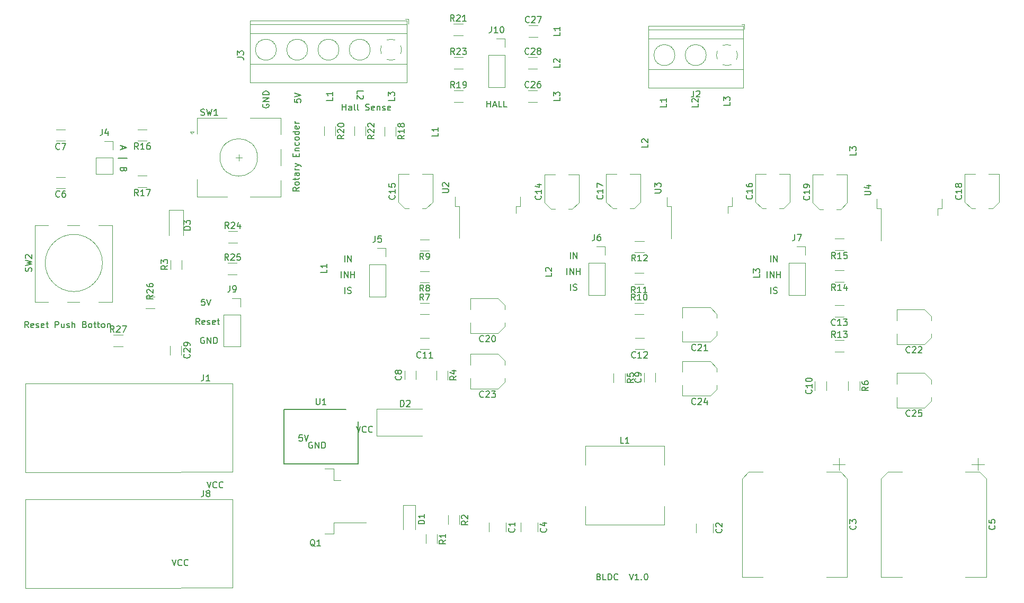
<source format=gto>
%TF.GenerationSoftware,KiCad,Pcbnew,5.1.10*%
%TF.CreationDate,2021-11-15T11:07:25+01:00*%
%TF.ProjectId,PCB_BLDC,5043425f-424c-4444-932e-6b696361645f,V1*%
%TF.SameCoordinates,Original*%
%TF.FileFunction,Legend,Top*%
%TF.FilePolarity,Positive*%
%FSLAX46Y46*%
G04 Gerber Fmt 4.6, Leading zero omitted, Abs format (unit mm)*
G04 Created by KiCad (PCBNEW 5.1.10) date 2021-11-15 11:07:25*
%MOMM*%
%LPD*%
G01*
G04 APERTURE LIST*
%ADD10C,0.150000*%
%ADD11C,0.120000*%
G04 APERTURE END LIST*
D10*
X126690380Y-63920666D02*
X126690380Y-64396857D01*
X125690380Y-64396857D01*
X126690380Y-63063523D02*
X126690380Y-63634952D01*
X126690380Y-63349238D02*
X125690380Y-63349238D01*
X125833238Y-63444476D01*
X125928476Y-63539714D01*
X125976095Y-63634952D01*
X126690380Y-69000666D02*
X126690380Y-69476857D01*
X125690380Y-69476857D01*
X125785619Y-68714952D02*
X125738000Y-68667333D01*
X125690380Y-68572095D01*
X125690380Y-68334000D01*
X125738000Y-68238761D01*
X125785619Y-68191142D01*
X125880857Y-68143523D01*
X125976095Y-68143523D01*
X126118952Y-68191142D01*
X126690380Y-68762571D01*
X126690380Y-68143523D01*
X126690380Y-74334666D02*
X126690380Y-74810857D01*
X125690380Y-74810857D01*
X125690380Y-74096571D02*
X125690380Y-73477523D01*
X126071333Y-73810857D01*
X126071333Y-73668000D01*
X126118952Y-73572761D01*
X126166571Y-73525142D01*
X126261809Y-73477523D01*
X126499904Y-73477523D01*
X126595142Y-73525142D01*
X126642761Y-73572761D01*
X126690380Y-73668000D01*
X126690380Y-73953714D01*
X126642761Y-74048952D01*
X126595142Y-74096571D01*
X69119904Y-110688380D02*
X68786571Y-110212190D01*
X68548476Y-110688380D02*
X68548476Y-109688380D01*
X68929428Y-109688380D01*
X69024666Y-109736000D01*
X69072285Y-109783619D01*
X69119904Y-109878857D01*
X69119904Y-110021714D01*
X69072285Y-110116952D01*
X69024666Y-110164571D01*
X68929428Y-110212190D01*
X68548476Y-110212190D01*
X69929428Y-110640761D02*
X69834190Y-110688380D01*
X69643714Y-110688380D01*
X69548476Y-110640761D01*
X69500857Y-110545523D01*
X69500857Y-110164571D01*
X69548476Y-110069333D01*
X69643714Y-110021714D01*
X69834190Y-110021714D01*
X69929428Y-110069333D01*
X69977047Y-110164571D01*
X69977047Y-110259809D01*
X69500857Y-110355047D01*
X70358000Y-110640761D02*
X70453238Y-110688380D01*
X70643714Y-110688380D01*
X70738952Y-110640761D01*
X70786571Y-110545523D01*
X70786571Y-110497904D01*
X70738952Y-110402666D01*
X70643714Y-110355047D01*
X70500857Y-110355047D01*
X70405619Y-110307428D01*
X70358000Y-110212190D01*
X70358000Y-110164571D01*
X70405619Y-110069333D01*
X70500857Y-110021714D01*
X70643714Y-110021714D01*
X70738952Y-110069333D01*
X71596095Y-110640761D02*
X71500857Y-110688380D01*
X71310380Y-110688380D01*
X71215142Y-110640761D01*
X71167523Y-110545523D01*
X71167523Y-110164571D01*
X71215142Y-110069333D01*
X71310380Y-110021714D01*
X71500857Y-110021714D01*
X71596095Y-110069333D01*
X71643714Y-110164571D01*
X71643714Y-110259809D01*
X71167523Y-110355047D01*
X71929428Y-110021714D02*
X72310380Y-110021714D01*
X72072285Y-109688380D02*
X72072285Y-110545523D01*
X72119904Y-110640761D01*
X72215142Y-110688380D01*
X72310380Y-110688380D01*
X41767904Y-111196380D02*
X41434571Y-110720190D01*
X41196476Y-111196380D02*
X41196476Y-110196380D01*
X41577428Y-110196380D01*
X41672666Y-110244000D01*
X41720285Y-110291619D01*
X41767904Y-110386857D01*
X41767904Y-110529714D01*
X41720285Y-110624952D01*
X41672666Y-110672571D01*
X41577428Y-110720190D01*
X41196476Y-110720190D01*
X42577428Y-111148761D02*
X42482190Y-111196380D01*
X42291714Y-111196380D01*
X42196476Y-111148761D01*
X42148857Y-111053523D01*
X42148857Y-110672571D01*
X42196476Y-110577333D01*
X42291714Y-110529714D01*
X42482190Y-110529714D01*
X42577428Y-110577333D01*
X42625047Y-110672571D01*
X42625047Y-110767809D01*
X42148857Y-110863047D01*
X43006000Y-111148761D02*
X43101238Y-111196380D01*
X43291714Y-111196380D01*
X43386952Y-111148761D01*
X43434571Y-111053523D01*
X43434571Y-111005904D01*
X43386952Y-110910666D01*
X43291714Y-110863047D01*
X43148857Y-110863047D01*
X43053619Y-110815428D01*
X43006000Y-110720190D01*
X43006000Y-110672571D01*
X43053619Y-110577333D01*
X43148857Y-110529714D01*
X43291714Y-110529714D01*
X43386952Y-110577333D01*
X44244095Y-111148761D02*
X44148857Y-111196380D01*
X43958380Y-111196380D01*
X43863142Y-111148761D01*
X43815523Y-111053523D01*
X43815523Y-110672571D01*
X43863142Y-110577333D01*
X43958380Y-110529714D01*
X44148857Y-110529714D01*
X44244095Y-110577333D01*
X44291714Y-110672571D01*
X44291714Y-110767809D01*
X43815523Y-110863047D01*
X44577428Y-110529714D02*
X44958380Y-110529714D01*
X44720285Y-110196380D02*
X44720285Y-111053523D01*
X44767904Y-111148761D01*
X44863142Y-111196380D01*
X44958380Y-111196380D01*
X46053619Y-111196380D02*
X46053619Y-110196380D01*
X46434571Y-110196380D01*
X46529809Y-110244000D01*
X46577428Y-110291619D01*
X46625047Y-110386857D01*
X46625047Y-110529714D01*
X46577428Y-110624952D01*
X46529809Y-110672571D01*
X46434571Y-110720190D01*
X46053619Y-110720190D01*
X47482190Y-110529714D02*
X47482190Y-111196380D01*
X47053619Y-110529714D02*
X47053619Y-111053523D01*
X47101238Y-111148761D01*
X47196476Y-111196380D01*
X47339333Y-111196380D01*
X47434571Y-111148761D01*
X47482190Y-111101142D01*
X47910761Y-111148761D02*
X48006000Y-111196380D01*
X48196476Y-111196380D01*
X48291714Y-111148761D01*
X48339333Y-111053523D01*
X48339333Y-111005904D01*
X48291714Y-110910666D01*
X48196476Y-110863047D01*
X48053619Y-110863047D01*
X47958380Y-110815428D01*
X47910761Y-110720190D01*
X47910761Y-110672571D01*
X47958380Y-110577333D01*
X48053619Y-110529714D01*
X48196476Y-110529714D01*
X48291714Y-110577333D01*
X48767904Y-111196380D02*
X48767904Y-110196380D01*
X49196476Y-111196380D02*
X49196476Y-110672571D01*
X49148857Y-110577333D01*
X49053619Y-110529714D01*
X48910761Y-110529714D01*
X48815523Y-110577333D01*
X48767904Y-110624952D01*
X50767904Y-110672571D02*
X50910761Y-110720190D01*
X50958380Y-110767809D01*
X51006000Y-110863047D01*
X51006000Y-111005904D01*
X50958380Y-111101142D01*
X50910761Y-111148761D01*
X50815523Y-111196380D01*
X50434571Y-111196380D01*
X50434571Y-110196380D01*
X50767904Y-110196380D01*
X50863142Y-110244000D01*
X50910761Y-110291619D01*
X50958380Y-110386857D01*
X50958380Y-110482095D01*
X50910761Y-110577333D01*
X50863142Y-110624952D01*
X50767904Y-110672571D01*
X50434571Y-110672571D01*
X51577428Y-111196380D02*
X51482190Y-111148761D01*
X51434571Y-111101142D01*
X51386952Y-111005904D01*
X51386952Y-110720190D01*
X51434571Y-110624952D01*
X51482190Y-110577333D01*
X51577428Y-110529714D01*
X51720285Y-110529714D01*
X51815523Y-110577333D01*
X51863142Y-110624952D01*
X51910761Y-110720190D01*
X51910761Y-111005904D01*
X51863142Y-111101142D01*
X51815523Y-111148761D01*
X51720285Y-111196380D01*
X51577428Y-111196380D01*
X52196476Y-110529714D02*
X52577428Y-110529714D01*
X52339333Y-110196380D02*
X52339333Y-111053523D01*
X52386952Y-111148761D01*
X52482190Y-111196380D01*
X52577428Y-111196380D01*
X52767904Y-110529714D02*
X53148857Y-110529714D01*
X52910761Y-110196380D02*
X52910761Y-111053523D01*
X52958380Y-111148761D01*
X53053619Y-111196380D01*
X53148857Y-111196380D01*
X53625047Y-111196380D02*
X53529809Y-111148761D01*
X53482190Y-111101142D01*
X53434571Y-111005904D01*
X53434571Y-110720190D01*
X53482190Y-110624952D01*
X53529809Y-110577333D01*
X53625047Y-110529714D01*
X53767904Y-110529714D01*
X53863142Y-110577333D01*
X53910761Y-110624952D01*
X53958380Y-110720190D01*
X53958380Y-111005904D01*
X53910761Y-111101142D01*
X53863142Y-111148761D01*
X53767904Y-111196380D01*
X53625047Y-111196380D01*
X54386952Y-110529714D02*
X54386952Y-111196380D01*
X54386952Y-110624952D02*
X54434571Y-110577333D01*
X54529809Y-110529714D01*
X54672666Y-110529714D01*
X54767904Y-110577333D01*
X54815523Y-110672571D01*
X54815523Y-111196380D01*
X94170666Y-126960380D02*
X94504000Y-127960380D01*
X94837333Y-126960380D01*
X95742095Y-127865142D02*
X95694476Y-127912761D01*
X95551619Y-127960380D01*
X95456380Y-127960380D01*
X95313523Y-127912761D01*
X95218285Y-127817523D01*
X95170666Y-127722285D01*
X95123047Y-127531809D01*
X95123047Y-127388952D01*
X95170666Y-127198476D01*
X95218285Y-127103238D01*
X95313523Y-127008000D01*
X95456380Y-126960380D01*
X95551619Y-126960380D01*
X95694476Y-127008000D01*
X95742095Y-127055619D01*
X96742095Y-127865142D02*
X96694476Y-127912761D01*
X96551619Y-127960380D01*
X96456380Y-127960380D01*
X96313523Y-127912761D01*
X96218285Y-127817523D01*
X96170666Y-127722285D01*
X96123047Y-127531809D01*
X96123047Y-127388952D01*
X96170666Y-127198476D01*
X96218285Y-127103238D01*
X96313523Y-127008000D01*
X96456380Y-126960380D01*
X96551619Y-126960380D01*
X96694476Y-127008000D01*
X96742095Y-127055619D01*
X87122095Y-129548000D02*
X87026857Y-129500380D01*
X86884000Y-129500380D01*
X86741142Y-129548000D01*
X86645904Y-129643238D01*
X86598285Y-129738476D01*
X86550666Y-129928952D01*
X86550666Y-130071809D01*
X86598285Y-130262285D01*
X86645904Y-130357523D01*
X86741142Y-130452761D01*
X86884000Y-130500380D01*
X86979238Y-130500380D01*
X87122095Y-130452761D01*
X87169714Y-130405142D01*
X87169714Y-130071809D01*
X86979238Y-130071809D01*
X87598285Y-130500380D02*
X87598285Y-129500380D01*
X88169714Y-130500380D01*
X88169714Y-129500380D01*
X88645904Y-130500380D02*
X88645904Y-129500380D01*
X88884000Y-129500380D01*
X89026857Y-129548000D01*
X89122095Y-129643238D01*
X89169714Y-129738476D01*
X89217333Y-129928952D01*
X89217333Y-130071809D01*
X89169714Y-130262285D01*
X89122095Y-130357523D01*
X89026857Y-130452761D01*
X88884000Y-130500380D01*
X88645904Y-130500380D01*
X64706666Y-148296380D02*
X65040000Y-149296380D01*
X65373333Y-148296380D01*
X66278095Y-149201142D02*
X66230476Y-149248761D01*
X66087619Y-149296380D01*
X65992380Y-149296380D01*
X65849523Y-149248761D01*
X65754285Y-149153523D01*
X65706666Y-149058285D01*
X65659047Y-148867809D01*
X65659047Y-148724952D01*
X65706666Y-148534476D01*
X65754285Y-148439238D01*
X65849523Y-148344000D01*
X65992380Y-148296380D01*
X66087619Y-148296380D01*
X66230476Y-148344000D01*
X66278095Y-148391619D01*
X67278095Y-149201142D02*
X67230476Y-149248761D01*
X67087619Y-149296380D01*
X66992380Y-149296380D01*
X66849523Y-149248761D01*
X66754285Y-149153523D01*
X66706666Y-149058285D01*
X66659047Y-148867809D01*
X66659047Y-148724952D01*
X66706666Y-148534476D01*
X66754285Y-148439238D01*
X66849523Y-148344000D01*
X66992380Y-148296380D01*
X67087619Y-148296380D01*
X67230476Y-148344000D01*
X67278095Y-148391619D01*
X56764133Y-82164209D02*
X56764133Y-82640400D01*
X56478419Y-82068971D02*
X57478419Y-82402304D01*
X56478419Y-82735638D01*
X56145085Y-84068971D02*
X57573657Y-84068971D01*
X57002228Y-85878495D02*
X56954609Y-86021352D01*
X56906990Y-86068971D01*
X56811752Y-86116590D01*
X56668895Y-86116590D01*
X56573657Y-86068971D01*
X56526038Y-86021352D01*
X56478419Y-85926114D01*
X56478419Y-85545161D01*
X57478419Y-85545161D01*
X57478419Y-85878495D01*
X57430800Y-85973733D01*
X57383180Y-86021352D01*
X57287942Y-86068971D01*
X57192704Y-86068971D01*
X57097466Y-86021352D01*
X57049847Y-85973733D01*
X57002228Y-85878495D01*
X57002228Y-85545161D01*
X85034380Y-88748571D02*
X84558190Y-89081904D01*
X85034380Y-89320000D02*
X84034380Y-89320000D01*
X84034380Y-88939047D01*
X84082000Y-88843809D01*
X84129619Y-88796190D01*
X84224857Y-88748571D01*
X84367714Y-88748571D01*
X84462952Y-88796190D01*
X84510571Y-88843809D01*
X84558190Y-88939047D01*
X84558190Y-89320000D01*
X85034380Y-88177142D02*
X84986761Y-88272380D01*
X84939142Y-88320000D01*
X84843904Y-88367619D01*
X84558190Y-88367619D01*
X84462952Y-88320000D01*
X84415333Y-88272380D01*
X84367714Y-88177142D01*
X84367714Y-88034285D01*
X84415333Y-87939047D01*
X84462952Y-87891428D01*
X84558190Y-87843809D01*
X84843904Y-87843809D01*
X84939142Y-87891428D01*
X84986761Y-87939047D01*
X85034380Y-88034285D01*
X85034380Y-88177142D01*
X84367714Y-87558095D02*
X84367714Y-87177142D01*
X84034380Y-87415238D02*
X84891523Y-87415238D01*
X84986761Y-87367619D01*
X85034380Y-87272380D01*
X85034380Y-87177142D01*
X85034380Y-86415238D02*
X84510571Y-86415238D01*
X84415333Y-86462857D01*
X84367714Y-86558095D01*
X84367714Y-86748571D01*
X84415333Y-86843809D01*
X84986761Y-86415238D02*
X85034380Y-86510476D01*
X85034380Y-86748571D01*
X84986761Y-86843809D01*
X84891523Y-86891428D01*
X84796285Y-86891428D01*
X84701047Y-86843809D01*
X84653428Y-86748571D01*
X84653428Y-86510476D01*
X84605809Y-86415238D01*
X85034380Y-85939047D02*
X84367714Y-85939047D01*
X84558190Y-85939047D02*
X84462952Y-85891428D01*
X84415333Y-85843809D01*
X84367714Y-85748571D01*
X84367714Y-85653333D01*
X84367714Y-85415238D02*
X85034380Y-85177142D01*
X84367714Y-84939047D02*
X85034380Y-85177142D01*
X85272476Y-85272380D01*
X85320095Y-85320000D01*
X85367714Y-85415238D01*
X84510571Y-83796190D02*
X84510571Y-83462857D01*
X85034380Y-83320000D02*
X85034380Y-83796190D01*
X84034380Y-83796190D01*
X84034380Y-83320000D01*
X84367714Y-82891428D02*
X85034380Y-82891428D01*
X84462952Y-82891428D02*
X84415333Y-82843809D01*
X84367714Y-82748571D01*
X84367714Y-82605714D01*
X84415333Y-82510476D01*
X84510571Y-82462857D01*
X85034380Y-82462857D01*
X84986761Y-81558095D02*
X85034380Y-81653333D01*
X85034380Y-81843809D01*
X84986761Y-81939047D01*
X84939142Y-81986666D01*
X84843904Y-82034285D01*
X84558190Y-82034285D01*
X84462952Y-81986666D01*
X84415333Y-81939047D01*
X84367714Y-81843809D01*
X84367714Y-81653333D01*
X84415333Y-81558095D01*
X85034380Y-80986666D02*
X84986761Y-81081904D01*
X84939142Y-81129523D01*
X84843904Y-81177142D01*
X84558190Y-81177142D01*
X84462952Y-81129523D01*
X84415333Y-81081904D01*
X84367714Y-80986666D01*
X84367714Y-80843809D01*
X84415333Y-80748571D01*
X84462952Y-80700952D01*
X84558190Y-80653333D01*
X84843904Y-80653333D01*
X84939142Y-80700952D01*
X84986761Y-80748571D01*
X85034380Y-80843809D01*
X85034380Y-80986666D01*
X85034380Y-79796190D02*
X84034380Y-79796190D01*
X84986761Y-79796190D02*
X85034380Y-79891428D01*
X85034380Y-80081904D01*
X84986761Y-80177142D01*
X84939142Y-80224761D01*
X84843904Y-80272380D01*
X84558190Y-80272380D01*
X84462952Y-80224761D01*
X84415333Y-80177142D01*
X84367714Y-80081904D01*
X84367714Y-79891428D01*
X84415333Y-79796190D01*
X84986761Y-78939047D02*
X85034380Y-79034285D01*
X85034380Y-79224761D01*
X84986761Y-79320000D01*
X84891523Y-79367619D01*
X84510571Y-79367619D01*
X84415333Y-79320000D01*
X84367714Y-79224761D01*
X84367714Y-79034285D01*
X84415333Y-78939047D01*
X84510571Y-78891428D01*
X84605809Y-78891428D01*
X84701047Y-79367619D01*
X85034380Y-78462857D02*
X84367714Y-78462857D01*
X84558190Y-78462857D02*
X84462952Y-78415238D01*
X84415333Y-78367619D01*
X84367714Y-78272380D01*
X84367714Y-78177142D01*
X158643580Y-102630266D02*
X158643580Y-103106457D01*
X157643580Y-103106457D01*
X157643580Y-102392171D02*
X157643580Y-101773123D01*
X158024533Y-102106457D01*
X158024533Y-101963600D01*
X158072152Y-101868361D01*
X158119771Y-101820742D01*
X158215009Y-101773123D01*
X158453104Y-101773123D01*
X158548342Y-101820742D01*
X158595961Y-101868361D01*
X158643580Y-101963600D01*
X158643580Y-102249314D01*
X158595961Y-102344552D01*
X158548342Y-102392171D01*
X125394980Y-102427066D02*
X125394980Y-102903257D01*
X124394980Y-102903257D01*
X124490219Y-102141352D02*
X124442600Y-102093733D01*
X124394980Y-101998495D01*
X124394980Y-101760400D01*
X124442600Y-101665161D01*
X124490219Y-101617542D01*
X124585457Y-101569923D01*
X124680695Y-101569923D01*
X124823552Y-101617542D01*
X125394980Y-102188971D01*
X125394980Y-101569923D01*
X89479380Y-101893666D02*
X89479380Y-102369857D01*
X88479380Y-102369857D01*
X89479380Y-101036523D02*
X89479380Y-101607952D01*
X89479380Y-101322238D02*
X88479380Y-101322238D01*
X88622238Y-101417476D01*
X88717476Y-101512714D01*
X88765095Y-101607952D01*
X160385190Y-100655380D02*
X160385190Y-99655380D01*
X160861380Y-100655380D02*
X160861380Y-99655380D01*
X161432809Y-100655380D01*
X161432809Y-99655380D01*
X160432809Y-105735380D02*
X160432809Y-104735380D01*
X160861380Y-105687761D02*
X161004238Y-105735380D01*
X161242333Y-105735380D01*
X161337571Y-105687761D01*
X161385190Y-105640142D01*
X161432809Y-105544904D01*
X161432809Y-105449666D01*
X161385190Y-105354428D01*
X161337571Y-105306809D01*
X161242333Y-105259190D01*
X161051857Y-105211571D01*
X160956619Y-105163952D01*
X160909000Y-105116333D01*
X160861380Y-105021095D01*
X160861380Y-104925857D01*
X160909000Y-104830619D01*
X160956619Y-104783000D01*
X161051857Y-104735380D01*
X161289952Y-104735380D01*
X161432809Y-104783000D01*
X159861380Y-103195380D02*
X159861380Y-102195380D01*
X160337571Y-103195380D02*
X160337571Y-102195380D01*
X160909000Y-103195380D01*
X160909000Y-102195380D01*
X161385190Y-103195380D02*
X161385190Y-102195380D01*
X161385190Y-102671571D02*
X161956619Y-102671571D01*
X161956619Y-103195380D02*
X161956619Y-102195380D01*
X128381190Y-100147380D02*
X128381190Y-99147380D01*
X128857380Y-100147380D02*
X128857380Y-99147380D01*
X129428809Y-100147380D01*
X129428809Y-99147380D01*
X128428809Y-105227380D02*
X128428809Y-104227380D01*
X128857380Y-105179761D02*
X129000238Y-105227380D01*
X129238333Y-105227380D01*
X129333571Y-105179761D01*
X129381190Y-105132142D01*
X129428809Y-105036904D01*
X129428809Y-104941666D01*
X129381190Y-104846428D01*
X129333571Y-104798809D01*
X129238333Y-104751190D01*
X129047857Y-104703571D01*
X128952619Y-104655952D01*
X128905000Y-104608333D01*
X128857380Y-104513095D01*
X128857380Y-104417857D01*
X128905000Y-104322619D01*
X128952619Y-104275000D01*
X129047857Y-104227380D01*
X129285952Y-104227380D01*
X129428809Y-104275000D01*
X127857380Y-102687380D02*
X127857380Y-101687380D01*
X128333571Y-102687380D02*
X128333571Y-101687380D01*
X128905000Y-102687380D01*
X128905000Y-101687380D01*
X129381190Y-102687380D02*
X129381190Y-101687380D01*
X129381190Y-102163571D02*
X129952619Y-102163571D01*
X129952619Y-102687380D02*
X129952619Y-101687380D01*
X92360809Y-105735380D02*
X92360809Y-104735380D01*
X92789380Y-105687761D02*
X92932238Y-105735380D01*
X93170333Y-105735380D01*
X93265571Y-105687761D01*
X93313190Y-105640142D01*
X93360809Y-105544904D01*
X93360809Y-105449666D01*
X93313190Y-105354428D01*
X93265571Y-105306809D01*
X93170333Y-105259190D01*
X92979857Y-105211571D01*
X92884619Y-105163952D01*
X92837000Y-105116333D01*
X92789380Y-105021095D01*
X92789380Y-104925857D01*
X92837000Y-104830619D01*
X92884619Y-104783000D01*
X92979857Y-104735380D01*
X93217952Y-104735380D01*
X93360809Y-104783000D01*
X91789380Y-103195380D02*
X91789380Y-102195380D01*
X92265571Y-103195380D02*
X92265571Y-102195380D01*
X92837000Y-103195380D01*
X92837000Y-102195380D01*
X93313190Y-103195380D02*
X93313190Y-102195380D01*
X93313190Y-102671571D02*
X93884619Y-102671571D01*
X93884619Y-103195380D02*
X93884619Y-102195380D01*
X92313190Y-100655380D02*
X92313190Y-99655380D01*
X92789380Y-100655380D02*
X92789380Y-99655380D01*
X93360809Y-100655380D01*
X93360809Y-99655380D01*
X115062190Y-75890380D02*
X115062190Y-74890380D01*
X115062190Y-75366571D02*
X115633619Y-75366571D01*
X115633619Y-75890380D02*
X115633619Y-74890380D01*
X116062190Y-75604666D02*
X116538380Y-75604666D01*
X115966952Y-75890380D02*
X116300285Y-74890380D01*
X116633619Y-75890380D01*
X117443142Y-75890380D02*
X116966952Y-75890380D01*
X116966952Y-74890380D01*
X118252666Y-75890380D02*
X117776476Y-75890380D01*
X117776476Y-74890380D01*
X69850095Y-112784000D02*
X69754857Y-112736380D01*
X69612000Y-112736380D01*
X69469142Y-112784000D01*
X69373904Y-112879238D01*
X69326285Y-112974476D01*
X69278666Y-113164952D01*
X69278666Y-113307809D01*
X69326285Y-113498285D01*
X69373904Y-113593523D01*
X69469142Y-113688761D01*
X69612000Y-113736380D01*
X69707238Y-113736380D01*
X69850095Y-113688761D01*
X69897714Y-113641142D01*
X69897714Y-113307809D01*
X69707238Y-113307809D01*
X70326285Y-113736380D02*
X70326285Y-112736380D01*
X70897714Y-113736380D01*
X70897714Y-112736380D01*
X71373904Y-113736380D02*
X71373904Y-112736380D01*
X71612000Y-112736380D01*
X71754857Y-112784000D01*
X71850095Y-112879238D01*
X71897714Y-112974476D01*
X71945333Y-113164952D01*
X71945333Y-113307809D01*
X71897714Y-113498285D01*
X71850095Y-113593523D01*
X71754857Y-113688761D01*
X71612000Y-113736380D01*
X71373904Y-113736380D01*
X69922923Y-106630580D02*
X69446733Y-106630580D01*
X69399114Y-107106771D01*
X69446733Y-107059152D01*
X69541971Y-107011533D01*
X69780066Y-107011533D01*
X69875304Y-107059152D01*
X69922923Y-107106771D01*
X69970542Y-107202009D01*
X69970542Y-107440104D01*
X69922923Y-107535342D01*
X69875304Y-107582961D01*
X69780066Y-107630580D01*
X69541971Y-107630580D01*
X69446733Y-107582961D01*
X69399114Y-107535342D01*
X70256257Y-106630580D02*
X70589590Y-107630580D01*
X70922923Y-106630580D01*
X85534523Y-128357380D02*
X85058333Y-128357380D01*
X85010714Y-128833571D01*
X85058333Y-128785952D01*
X85153571Y-128738333D01*
X85391666Y-128738333D01*
X85486904Y-128785952D01*
X85534523Y-128833571D01*
X85582142Y-128928809D01*
X85582142Y-129166904D01*
X85534523Y-129262142D01*
X85486904Y-129309761D01*
X85391666Y-129357380D01*
X85153571Y-129357380D01*
X85058333Y-129309761D01*
X85010714Y-129262142D01*
X85867857Y-128357380D02*
X86201190Y-129357380D01*
X86534523Y-128357380D01*
X132937714Y-151058571D02*
X133080571Y-151106190D01*
X133128190Y-151153809D01*
X133175809Y-151249047D01*
X133175809Y-151391904D01*
X133128190Y-151487142D01*
X133080571Y-151534761D01*
X132985333Y-151582380D01*
X132604380Y-151582380D01*
X132604380Y-150582380D01*
X132937714Y-150582380D01*
X133032952Y-150630000D01*
X133080571Y-150677619D01*
X133128190Y-150772857D01*
X133128190Y-150868095D01*
X133080571Y-150963333D01*
X133032952Y-151010952D01*
X132937714Y-151058571D01*
X132604380Y-151058571D01*
X134080571Y-151582380D02*
X133604380Y-151582380D01*
X133604380Y-150582380D01*
X134413904Y-151582380D02*
X134413904Y-150582380D01*
X134652000Y-150582380D01*
X134794857Y-150630000D01*
X134890095Y-150725238D01*
X134937714Y-150820476D01*
X134985333Y-151010952D01*
X134985333Y-151153809D01*
X134937714Y-151344285D01*
X134890095Y-151439523D01*
X134794857Y-151534761D01*
X134652000Y-151582380D01*
X134413904Y-151582380D01*
X135985333Y-151487142D02*
X135937714Y-151534761D01*
X135794857Y-151582380D01*
X135699619Y-151582380D01*
X135556761Y-151534761D01*
X135461523Y-151439523D01*
X135413904Y-151344285D01*
X135366285Y-151153809D01*
X135366285Y-151010952D01*
X135413904Y-150820476D01*
X135461523Y-150725238D01*
X135556761Y-150630000D01*
X135699619Y-150582380D01*
X135794857Y-150582380D01*
X135937714Y-150630000D01*
X135985333Y-150677619D01*
X137794857Y-150582380D02*
X138128190Y-151582380D01*
X138461523Y-150582380D01*
X139318666Y-151582380D02*
X138747238Y-151582380D01*
X139032952Y-151582380D02*
X139032952Y-150582380D01*
X138937714Y-150725238D01*
X138842476Y-150820476D01*
X138747238Y-150868095D01*
X139747238Y-151487142D02*
X139794857Y-151534761D01*
X139747238Y-151582380D01*
X139699619Y-151534761D01*
X139747238Y-151487142D01*
X139747238Y-151582380D01*
X140413904Y-150582380D02*
X140509142Y-150582380D01*
X140604380Y-150630000D01*
X140652000Y-150677619D01*
X140699619Y-150772857D01*
X140747238Y-150963333D01*
X140747238Y-151201428D01*
X140699619Y-151391904D01*
X140652000Y-151487142D01*
X140604380Y-151534761D01*
X140509142Y-151582380D01*
X140413904Y-151582380D01*
X140318666Y-151534761D01*
X140271047Y-151487142D01*
X140223428Y-151391904D01*
X140175809Y-151201428D01*
X140175809Y-150963333D01*
X140223428Y-150772857D01*
X140271047Y-150677619D01*
X140318666Y-150630000D01*
X140413904Y-150582380D01*
X79256000Y-75437904D02*
X79208380Y-75533142D01*
X79208380Y-75676000D01*
X79256000Y-75818857D01*
X79351238Y-75914095D01*
X79446476Y-75961714D01*
X79636952Y-76009333D01*
X79779809Y-76009333D01*
X79970285Y-75961714D01*
X80065523Y-75914095D01*
X80160761Y-75818857D01*
X80208380Y-75676000D01*
X80208380Y-75580761D01*
X80160761Y-75437904D01*
X80113142Y-75390285D01*
X79779809Y-75390285D01*
X79779809Y-75580761D01*
X80208380Y-74961714D02*
X79208380Y-74961714D01*
X80208380Y-74390285D01*
X79208380Y-74390285D01*
X80208380Y-73914095D02*
X79208380Y-73914095D01*
X79208380Y-73676000D01*
X79256000Y-73533142D01*
X79351238Y-73437904D01*
X79446476Y-73390285D01*
X79636952Y-73342666D01*
X79779809Y-73342666D01*
X79970285Y-73390285D01*
X80065523Y-73437904D01*
X80160761Y-73533142D01*
X80208380Y-73676000D01*
X80208380Y-73914095D01*
X70294666Y-135850380D02*
X70628000Y-136850380D01*
X70961333Y-135850380D01*
X71866095Y-136755142D02*
X71818476Y-136802761D01*
X71675619Y-136850380D01*
X71580380Y-136850380D01*
X71437523Y-136802761D01*
X71342285Y-136707523D01*
X71294666Y-136612285D01*
X71247047Y-136421809D01*
X71247047Y-136278952D01*
X71294666Y-136088476D01*
X71342285Y-135993238D01*
X71437523Y-135898000D01*
X71580380Y-135850380D01*
X71675619Y-135850380D01*
X71818476Y-135898000D01*
X71866095Y-135945619D01*
X72866095Y-136755142D02*
X72818476Y-136802761D01*
X72675619Y-136850380D01*
X72580380Y-136850380D01*
X72437523Y-136802761D01*
X72342285Y-136707523D01*
X72294666Y-136612285D01*
X72247047Y-136421809D01*
X72247047Y-136278952D01*
X72294666Y-136088476D01*
X72342285Y-135993238D01*
X72437523Y-135898000D01*
X72580380Y-135850380D01*
X72675619Y-135850380D01*
X72818476Y-135898000D01*
X72866095Y-135945619D01*
X100274380Y-74334666D02*
X100274380Y-74810857D01*
X99274380Y-74810857D01*
X99274380Y-74096571D02*
X99274380Y-73477523D01*
X99655333Y-73810857D01*
X99655333Y-73668000D01*
X99702952Y-73572761D01*
X99750571Y-73525142D01*
X99845809Y-73477523D01*
X100083904Y-73477523D01*
X100179142Y-73525142D01*
X100226761Y-73572761D01*
X100274380Y-73668000D01*
X100274380Y-73953714D01*
X100226761Y-74048952D01*
X100179142Y-74096571D01*
X94289619Y-73747333D02*
X94289619Y-73271142D01*
X95289619Y-73271142D01*
X95194380Y-74033047D02*
X95242000Y-74080666D01*
X95289619Y-74175904D01*
X95289619Y-74414000D01*
X95242000Y-74509238D01*
X95194380Y-74556857D01*
X95099142Y-74604476D01*
X95003904Y-74604476D01*
X94861047Y-74556857D01*
X94289619Y-73985428D01*
X94289619Y-74604476D01*
X90368380Y-74334666D02*
X90368380Y-74810857D01*
X89368380Y-74810857D01*
X90368380Y-73477523D02*
X90368380Y-74048952D01*
X90368380Y-73763238D02*
X89368380Y-73763238D01*
X89511238Y-73858476D01*
X89606476Y-73953714D01*
X89654095Y-74048952D01*
X84288380Y-74612476D02*
X84288380Y-75088666D01*
X84764571Y-75136285D01*
X84716952Y-75088666D01*
X84669333Y-74993428D01*
X84669333Y-74755333D01*
X84716952Y-74660095D01*
X84764571Y-74612476D01*
X84859809Y-74564857D01*
X85097904Y-74564857D01*
X85193142Y-74612476D01*
X85240761Y-74660095D01*
X85288380Y-74755333D01*
X85288380Y-74993428D01*
X85240761Y-75088666D01*
X85193142Y-75136285D01*
X84288380Y-74279142D02*
X85288380Y-73945809D01*
X84288380Y-73612476D01*
X91924666Y-76398380D02*
X91924666Y-75398380D01*
X91924666Y-75874571D02*
X92496095Y-75874571D01*
X92496095Y-76398380D02*
X92496095Y-75398380D01*
X93400857Y-76398380D02*
X93400857Y-75874571D01*
X93353238Y-75779333D01*
X93258000Y-75731714D01*
X93067523Y-75731714D01*
X92972285Y-75779333D01*
X93400857Y-76350761D02*
X93305619Y-76398380D01*
X93067523Y-76398380D01*
X92972285Y-76350761D01*
X92924666Y-76255523D01*
X92924666Y-76160285D01*
X92972285Y-76065047D01*
X93067523Y-76017428D01*
X93305619Y-76017428D01*
X93400857Y-75969809D01*
X94019904Y-76398380D02*
X93924666Y-76350761D01*
X93877047Y-76255523D01*
X93877047Y-75398380D01*
X94543714Y-76398380D02*
X94448476Y-76350761D01*
X94400857Y-76255523D01*
X94400857Y-75398380D01*
X95638952Y-76350761D02*
X95781809Y-76398380D01*
X96019904Y-76398380D01*
X96115142Y-76350761D01*
X96162761Y-76303142D01*
X96210380Y-76207904D01*
X96210380Y-76112666D01*
X96162761Y-76017428D01*
X96115142Y-75969809D01*
X96019904Y-75922190D01*
X95829428Y-75874571D01*
X95734190Y-75826952D01*
X95686571Y-75779333D01*
X95638952Y-75684095D01*
X95638952Y-75588857D01*
X95686571Y-75493619D01*
X95734190Y-75446000D01*
X95829428Y-75398380D01*
X96067523Y-75398380D01*
X96210380Y-75446000D01*
X97019904Y-76350761D02*
X96924666Y-76398380D01*
X96734190Y-76398380D01*
X96638952Y-76350761D01*
X96591333Y-76255523D01*
X96591333Y-75874571D01*
X96638952Y-75779333D01*
X96734190Y-75731714D01*
X96924666Y-75731714D01*
X97019904Y-75779333D01*
X97067523Y-75874571D01*
X97067523Y-75969809D01*
X96591333Y-76065047D01*
X97496095Y-75731714D02*
X97496095Y-76398380D01*
X97496095Y-75826952D02*
X97543714Y-75779333D01*
X97638952Y-75731714D01*
X97781809Y-75731714D01*
X97877047Y-75779333D01*
X97924666Y-75874571D01*
X97924666Y-76398380D01*
X98353238Y-76350761D02*
X98448476Y-76398380D01*
X98638952Y-76398380D01*
X98734190Y-76350761D01*
X98781809Y-76255523D01*
X98781809Y-76207904D01*
X98734190Y-76112666D01*
X98638952Y-76065047D01*
X98496095Y-76065047D01*
X98400857Y-76017428D01*
X98353238Y-75922190D01*
X98353238Y-75874571D01*
X98400857Y-75779333D01*
X98496095Y-75731714D01*
X98638952Y-75731714D01*
X98734190Y-75779333D01*
X99591333Y-76350761D02*
X99496095Y-76398380D01*
X99305619Y-76398380D01*
X99210380Y-76350761D01*
X99162761Y-76255523D01*
X99162761Y-75874571D01*
X99210380Y-75779333D01*
X99305619Y-75731714D01*
X99496095Y-75731714D01*
X99591333Y-75779333D01*
X99638952Y-75874571D01*
X99638952Y-75969809D01*
X99162761Y-76065047D01*
X153868380Y-75096666D02*
X153868380Y-75572857D01*
X152868380Y-75572857D01*
X152868380Y-74858571D02*
X152868380Y-74239523D01*
X153249333Y-74572857D01*
X153249333Y-74430000D01*
X153296952Y-74334761D01*
X153344571Y-74287142D01*
X153439809Y-74239523D01*
X153677904Y-74239523D01*
X153773142Y-74287142D01*
X153820761Y-74334761D01*
X153868380Y-74430000D01*
X153868380Y-74715714D01*
X153820761Y-74810952D01*
X153773142Y-74858571D01*
X148788380Y-75350666D02*
X148788380Y-75826857D01*
X147788380Y-75826857D01*
X147883619Y-75064952D02*
X147836000Y-75017333D01*
X147788380Y-74922095D01*
X147788380Y-74684000D01*
X147836000Y-74588761D01*
X147883619Y-74541142D01*
X147978857Y-74493523D01*
X148074095Y-74493523D01*
X148216952Y-74541142D01*
X148788380Y-75112571D01*
X148788380Y-74493523D01*
X143708380Y-75350666D02*
X143708380Y-75826857D01*
X142708380Y-75826857D01*
X143708380Y-74493523D02*
X143708380Y-75064952D01*
X143708380Y-74779238D02*
X142708380Y-74779238D01*
X142851238Y-74874476D01*
X142946476Y-74969714D01*
X142994095Y-75064952D01*
X174061380Y-83097666D02*
X174061380Y-83573857D01*
X173061380Y-83573857D01*
X173061380Y-82859571D02*
X173061380Y-82240523D01*
X173442333Y-82573857D01*
X173442333Y-82431000D01*
X173489952Y-82335761D01*
X173537571Y-82288142D01*
X173632809Y-82240523D01*
X173870904Y-82240523D01*
X173966142Y-82288142D01*
X174013761Y-82335761D01*
X174061380Y-82431000D01*
X174061380Y-82716714D01*
X174013761Y-82811952D01*
X173966142Y-82859571D01*
X140787380Y-81827666D02*
X140787380Y-82303857D01*
X139787380Y-82303857D01*
X139882619Y-81541952D02*
X139835000Y-81494333D01*
X139787380Y-81399095D01*
X139787380Y-81161000D01*
X139835000Y-81065761D01*
X139882619Y-81018142D01*
X139977857Y-80970523D01*
X140073095Y-80970523D01*
X140215952Y-81018142D01*
X140787380Y-81589571D01*
X140787380Y-80970523D01*
X107259380Y-80049666D02*
X107259380Y-80525857D01*
X106259380Y-80525857D01*
X107259380Y-79192523D02*
X107259380Y-79763952D01*
X107259380Y-79478238D02*
X106259380Y-79478238D01*
X106402238Y-79573476D01*
X106497476Y-79668714D01*
X106545095Y-79763952D01*
D11*
%TO.C,J3*%
X96400400Y-66700400D02*
G75*
G03*
X96400400Y-66700400I-1680000J0D01*
G01*
X91400400Y-66700400D02*
G75*
G03*
X91400400Y-66700400I-1680000J0D01*
G01*
X86400400Y-66700400D02*
G75*
G03*
X86400400Y-66700400I-1680000J0D01*
G01*
X81400400Y-66700400D02*
G75*
G03*
X81400400Y-66700400I-1680000J0D01*
G01*
X102280400Y-62600400D02*
X77160400Y-62600400D01*
X102280400Y-64100400D02*
X77160400Y-64100400D01*
X102280400Y-69001400D02*
X77160400Y-69001400D01*
X102280400Y-71961400D02*
X77160400Y-71961400D01*
X102280400Y-62040400D02*
X77160400Y-62040400D01*
X102280400Y-71961400D02*
X102280400Y-62040400D01*
X77160400Y-71961400D02*
X77160400Y-62040400D01*
X93445400Y-67769400D02*
X93492400Y-67723400D01*
X95754400Y-65461400D02*
X95789400Y-65426400D01*
X93650400Y-67975400D02*
X93685400Y-67939400D01*
X95947400Y-65677400D02*
X95994400Y-65631400D01*
X88445400Y-67769400D02*
X88492400Y-67723400D01*
X90754400Y-65461400D02*
X90789400Y-65426400D01*
X88650400Y-67975400D02*
X88685400Y-67939400D01*
X90947400Y-65677400D02*
X90994400Y-65631400D01*
X83445400Y-67769400D02*
X83492400Y-67723400D01*
X85754400Y-65461400D02*
X85789400Y-65426400D01*
X83650400Y-67975400D02*
X83685400Y-67939400D01*
X85947400Y-65677400D02*
X85994400Y-65631400D01*
X78445400Y-67769400D02*
X78492400Y-67723400D01*
X80754400Y-65461400D02*
X80789400Y-65426400D01*
X78650400Y-67975400D02*
X78685400Y-67939400D01*
X80947400Y-65677400D02*
X80994400Y-65631400D01*
X102520400Y-62540400D02*
X102520400Y-61800400D01*
X102520400Y-61800400D02*
X102020400Y-61800400D01*
X99691595Y-65020147D02*
G75*
G02*
X100404400Y-65165400I28805J-1680253D01*
G01*
X101255826Y-66017358D02*
G75*
G02*
X101255400Y-67384400I-1535426J-683042D01*
G01*
X100403442Y-68235826D02*
G75*
G02*
X99036400Y-68235400I-683042J1535426D01*
G01*
X98184974Y-67383442D02*
G75*
G02*
X98185400Y-66016400I1535426J683042D01*
G01*
X99037082Y-65165644D02*
G75*
G02*
X99720400Y-65020400I683318J-1534756D01*
G01*
%TO.C,R23*%
X109762936Y-67924000D02*
X111217064Y-67924000D01*
X109762936Y-69744000D02*
X111217064Y-69744000D01*
%TO.C,R22*%
X95652000Y-79002936D02*
X95652000Y-80457064D01*
X93832000Y-79002936D02*
X93832000Y-80457064D01*
%TO.C,R21*%
X109736936Y-62590000D02*
X111191064Y-62590000D01*
X109736936Y-64410000D02*
X111191064Y-64410000D01*
%TO.C,R20*%
X90826000Y-79002936D02*
X90826000Y-80457064D01*
X89006000Y-79002936D02*
X89006000Y-80457064D01*
%TO.C,R19*%
X109762936Y-73258000D02*
X111217064Y-73258000D01*
X109762936Y-75078000D02*
X111217064Y-75078000D01*
%TO.C,R18*%
X100478000Y-79028936D02*
X100478000Y-80483064D01*
X98658000Y-79028936D02*
X98658000Y-80483064D01*
%TO.C,J10*%
X115256000Y-67564000D02*
X117916000Y-67564000D01*
X115256000Y-67564000D02*
X115256000Y-72704000D01*
X115256000Y-72704000D02*
X117916000Y-72704000D01*
X117916000Y-67564000D02*
X117916000Y-72704000D01*
X117916000Y-64964000D02*
X117916000Y-66294000D01*
X116586000Y-64964000D02*
X117916000Y-64964000D01*
%TO.C,J7*%
X163262000Y-100838000D02*
X165922000Y-100838000D01*
X163262000Y-100838000D02*
X163262000Y-105978000D01*
X163262000Y-105978000D02*
X165922000Y-105978000D01*
X165922000Y-100838000D02*
X165922000Y-105978000D01*
X165922000Y-98238000D02*
X165922000Y-99568000D01*
X164592000Y-98238000D02*
X165922000Y-98238000D01*
%TO.C,J6*%
X131258000Y-100838000D02*
X133918000Y-100838000D01*
X131258000Y-100838000D02*
X131258000Y-105978000D01*
X131258000Y-105978000D02*
X133918000Y-105978000D01*
X133918000Y-100838000D02*
X133918000Y-105978000D01*
X133918000Y-98238000D02*
X133918000Y-99568000D01*
X132588000Y-98238000D02*
X133918000Y-98238000D01*
%TO.C,J5*%
X96206000Y-101092000D02*
X98866000Y-101092000D01*
X96206000Y-101092000D02*
X96206000Y-106232000D01*
X96206000Y-106232000D02*
X98866000Y-106232000D01*
X98866000Y-101092000D02*
X98866000Y-106232000D01*
X98866000Y-98492000D02*
X98866000Y-99822000D01*
X97536000Y-98492000D02*
X98866000Y-98492000D01*
%TO.C,C28*%
X121678248Y-67924000D02*
X123100752Y-67924000D01*
X121678248Y-69744000D02*
X123100752Y-69744000D01*
%TO.C,C27*%
X121755248Y-62844000D02*
X123177752Y-62844000D01*
X121755248Y-64664000D02*
X123177752Y-64664000D01*
%TO.C,C26*%
X121678248Y-73258000D02*
X123100752Y-73258000D01*
X121678248Y-75078000D02*
X123100752Y-75078000D01*
%TO.C,J9*%
X74304400Y-106483200D02*
X75634400Y-106483200D01*
X75634400Y-106483200D02*
X75634400Y-107813200D01*
X75634400Y-109083200D02*
X75634400Y-114223200D01*
X72974400Y-114223200D02*
X75634400Y-114223200D01*
X72974400Y-109083200D02*
X72974400Y-114223200D01*
X72974400Y-109083200D02*
X75634400Y-109083200D01*
%TO.C,SW2*%
X49952000Y-107088000D02*
X48012000Y-107088000D01*
X55132000Y-107088000D02*
X53012000Y-107088000D01*
X55132000Y-94788000D02*
X55132000Y-107088000D01*
X53012000Y-94788000D02*
X55132000Y-94788000D01*
X48012000Y-94788000D02*
X49952000Y-94788000D01*
X42832000Y-94788000D02*
X44952000Y-94788000D01*
X42832000Y-107088000D02*
X42832000Y-94788000D01*
X44952000Y-107088000D02*
X42832000Y-107088000D01*
X53601050Y-100838000D02*
G75*
G03*
X53601050Y-100838000I-4579050J0D01*
G01*
%TO.C,R27*%
X55380936Y-114194000D02*
X56835064Y-114194000D01*
X55380936Y-112374000D02*
X56835064Y-112374000D01*
%TO.C,R26*%
X60512936Y-108098000D02*
X61967064Y-108098000D01*
X60512936Y-106278000D02*
X61967064Y-106278000D01*
%TO.C,C29*%
X64368000Y-114096748D02*
X64368000Y-115519252D01*
X66188000Y-114096748D02*
X66188000Y-115519252D01*
%TO.C,J1*%
X74358500Y-120142000D02*
X74358500Y-134302500D01*
X74358500Y-134302500D02*
X57785000Y-134366000D01*
X57774000Y-134366000D02*
X41275000Y-134366000D01*
X41275000Y-134366000D02*
X41275000Y-120142000D01*
X41275000Y-120142000D02*
X57404000Y-120142000D01*
X57404000Y-120142000D02*
X74358500Y-120142000D01*
%TO.C,J8*%
X74358500Y-138684000D02*
X74358500Y-152844500D01*
X74358500Y-152844500D02*
X57785000Y-152908000D01*
X57774000Y-152908000D02*
X41275000Y-152908000D01*
X41275000Y-152908000D02*
X41275000Y-138684000D01*
X41275000Y-138684000D02*
X57404000Y-138684000D01*
X57404000Y-138684000D02*
X74358500Y-138684000D01*
%TO.C,R25*%
X73652936Y-102678000D02*
X75107064Y-102678000D01*
X73652936Y-100858000D02*
X75107064Y-100858000D01*
%TO.C,R24*%
X73704936Y-97598000D02*
X75159064Y-97598000D01*
X73704936Y-95778000D02*
X75159064Y-95778000D01*
%TO.C,J4*%
X53908200Y-81388000D02*
X55238200Y-81388000D01*
X55238200Y-81388000D02*
X55238200Y-82718000D01*
X55238200Y-83988000D02*
X55238200Y-86588000D01*
X52578200Y-86588000D02*
X55238200Y-86588000D01*
X52578200Y-83988000D02*
X52578200Y-86588000D01*
X52578200Y-83988000D02*
X55238200Y-83988000D01*
%TO.C,SW1*%
X74878200Y-83948000D02*
X75878200Y-83948000D01*
X75378200Y-83448000D02*
X75378200Y-84448000D01*
X82078200Y-87648000D02*
X82078200Y-90248000D01*
X82078200Y-82648000D02*
X82078200Y-85248000D01*
X82078200Y-77648000D02*
X82078200Y-80248000D01*
X68178200Y-79848000D02*
X67878200Y-80148000D01*
X67578200Y-79848000D02*
X68178200Y-79848000D01*
X67878200Y-80148000D02*
X67578200Y-79848000D01*
X68678200Y-77648000D02*
X68678200Y-80148000D01*
X73478200Y-77648000D02*
X68678200Y-77648000D01*
X68678200Y-90248000D02*
X68678200Y-87448000D01*
X73578200Y-90248000D02*
X68678200Y-90248000D01*
X82078200Y-90248000D02*
X77178200Y-90248000D01*
X77178200Y-77648000D02*
X82078200Y-77648000D01*
X78378200Y-83948000D02*
G75*
G03*
X78378200Y-83948000I-3000000J0D01*
G01*
%TO.C,J2*%
X150096000Y-67564000D02*
G75*
G03*
X150096000Y-67564000I-1680000J0D01*
G01*
X145096000Y-67564000D02*
G75*
G03*
X145096000Y-67564000I-1680000J0D01*
G01*
X155976000Y-63464000D02*
X140856000Y-63464000D01*
X155976000Y-64964000D02*
X140856000Y-64964000D01*
X155976000Y-69865000D02*
X140856000Y-69865000D01*
X155976000Y-72825000D02*
X140856000Y-72825000D01*
X155976000Y-62904000D02*
X140856000Y-62904000D01*
X155976000Y-72825000D02*
X155976000Y-62904000D01*
X140856000Y-72825000D02*
X140856000Y-62904000D01*
X147141000Y-68633000D02*
X147188000Y-68587000D01*
X149450000Y-66325000D02*
X149485000Y-66290000D01*
X147346000Y-68839000D02*
X147381000Y-68803000D01*
X149643000Y-66541000D02*
X149690000Y-66495000D01*
X142141000Y-68633000D02*
X142188000Y-68587000D01*
X144450000Y-66325000D02*
X144485000Y-66290000D01*
X142346000Y-68839000D02*
X142381000Y-68803000D01*
X144643000Y-66541000D02*
X144690000Y-66495000D01*
X156216000Y-63404000D02*
X156216000Y-62664000D01*
X156216000Y-62664000D02*
X155716000Y-62664000D01*
X153387195Y-65883747D02*
G75*
G02*
X154100000Y-66029000I28805J-1680253D01*
G01*
X154951426Y-66880958D02*
G75*
G02*
X154951000Y-68248000I-1535426J-683042D01*
G01*
X154099042Y-69099426D02*
G75*
G02*
X152732000Y-69099000I-683042J1535426D01*
G01*
X151880574Y-68247042D02*
G75*
G02*
X151881000Y-66880000I1535426J683042D01*
G01*
X152732682Y-66029244D02*
G75*
G02*
X153416000Y-65884000I683318J-1534756D01*
G01*
%TO.C,C4*%
X123178400Y-142430048D02*
X123178400Y-143852552D01*
X120458400Y-142430048D02*
X120458400Y-143852552D01*
%TO.C,C2*%
X151220000Y-142544748D02*
X151220000Y-143967252D01*
X148500000Y-142544748D02*
X148500000Y-143967252D01*
%TO.C,C1*%
X118098400Y-142430048D02*
X118098400Y-143852552D01*
X115378400Y-142430048D02*
X115378400Y-143852552D01*
%TO.C,U4*%
X177375200Y-90614200D02*
X177375200Y-92114200D01*
X177375200Y-92114200D02*
X178065200Y-92114200D01*
X178065200Y-92114200D02*
X178065200Y-97239200D01*
X187775200Y-90614200D02*
X187775200Y-92114200D01*
X187775200Y-92114200D02*
X187085200Y-92114200D01*
X187085200Y-92114200D02*
X187085200Y-93214200D01*
%TO.C,C21*%
X151807200Y-108997637D02*
X150742763Y-107933200D01*
X151807200Y-112388763D02*
X150742763Y-113453200D01*
X151807200Y-112388763D02*
X151807200Y-111753200D01*
X151807200Y-108997637D02*
X151807200Y-109633200D01*
X150742763Y-107933200D02*
X146287200Y-107933200D01*
X150742763Y-113453200D02*
X146287200Y-113453200D01*
X146287200Y-113453200D02*
X146287200Y-111753200D01*
X146287200Y-107933200D02*
X146287200Y-109633200D01*
%TO.C,C16*%
X162426763Y-92117200D02*
X163491200Y-91052763D01*
X159035637Y-92117200D02*
X157971200Y-91052763D01*
X159035637Y-92117200D02*
X159671200Y-92117200D01*
X162426763Y-92117200D02*
X161791200Y-92117200D01*
X163491200Y-91052763D02*
X163491200Y-86597200D01*
X157971200Y-91052763D02*
X157971200Y-86597200D01*
X157971200Y-86597200D02*
X159671200Y-86597200D01*
X163491200Y-86597200D02*
X161791200Y-86597200D01*
%TO.C,C17*%
X138550763Y-92117200D02*
X139615200Y-91052763D01*
X135159637Y-92117200D02*
X134095200Y-91052763D01*
X135159637Y-92117200D02*
X135795200Y-92117200D01*
X138550763Y-92117200D02*
X137915200Y-92117200D01*
X139615200Y-91052763D02*
X139615200Y-86597200D01*
X134095200Y-91052763D02*
X134095200Y-86597200D01*
X134095200Y-86597200D02*
X135795200Y-86597200D01*
X139615200Y-86597200D02*
X137915200Y-86597200D01*
%TO.C,U2*%
X109938200Y-90245200D02*
X109938200Y-91745200D01*
X109938200Y-91745200D02*
X110628200Y-91745200D01*
X110628200Y-91745200D02*
X110628200Y-96870200D01*
X120338200Y-90245200D02*
X120338200Y-91745200D01*
X120338200Y-91745200D02*
X119648200Y-91745200D01*
X119648200Y-91745200D02*
X119648200Y-92845200D01*
%TO.C,U3*%
X143847200Y-90299200D02*
X143847200Y-91799200D01*
X143847200Y-91799200D02*
X144537200Y-91799200D01*
X144537200Y-91799200D02*
X144537200Y-96924200D01*
X154247200Y-90299200D02*
X154247200Y-91799200D01*
X154247200Y-91799200D02*
X153557200Y-91799200D01*
X153557200Y-91799200D02*
X153557200Y-92899200D01*
%TO.C,Q1*%
X89105400Y-144188800D02*
X90605400Y-144188800D01*
X90605400Y-144188800D02*
X90605400Y-142378800D01*
X90605400Y-142378800D02*
X95730400Y-142378800D01*
X89105400Y-133788800D02*
X90605400Y-133788800D01*
X90605400Y-133788800D02*
X90605400Y-135598800D01*
X90605400Y-135598800D02*
X91705400Y-135598800D01*
%TO.C,R17*%
X60705264Y-86888000D02*
X59251136Y-86888000D01*
X60705264Y-88708000D02*
X59251136Y-88708000D01*
%TO.C,R16*%
X60705264Y-79458500D02*
X59251136Y-79458500D01*
X60705264Y-81278500D02*
X59251136Y-81278500D01*
%TO.C,D3*%
X66498600Y-96406800D02*
X66498600Y-92346800D01*
X66498600Y-92346800D02*
X64228600Y-92346800D01*
X64228600Y-92346800D02*
X64228600Y-96406800D01*
%TO.C,D2*%
X97381000Y-124215000D02*
X97381000Y-128515000D01*
X97381000Y-128515000D02*
X104681000Y-128515000D01*
X97381000Y-124215000D02*
X104681000Y-124215000D01*
%TO.C,D1*%
X103616000Y-139608000D02*
X103616000Y-143508000D01*
X101616000Y-139608000D02*
X101616000Y-143508000D01*
X103616000Y-139608000D02*
X101616000Y-139608000D01*
%TO.C,C25*%
X186066700Y-119538637D02*
X185002263Y-118474200D01*
X186066700Y-122929763D02*
X185002263Y-123994200D01*
X186066700Y-122929763D02*
X186066700Y-122294200D01*
X186066700Y-119538637D02*
X186066700Y-120174200D01*
X185002263Y-118474200D02*
X180546700Y-118474200D01*
X185002263Y-123994200D02*
X180546700Y-123994200D01*
X180546700Y-123994200D02*
X180546700Y-122294200D01*
X180546700Y-118474200D02*
X180546700Y-120174200D01*
%TO.C,C24*%
X151807200Y-117633637D02*
X150742763Y-116569200D01*
X151807200Y-121024763D02*
X150742763Y-122089200D01*
X151807200Y-121024763D02*
X151807200Y-120389200D01*
X151807200Y-117633637D02*
X151807200Y-118269200D01*
X150742763Y-116569200D02*
X146287200Y-116569200D01*
X150742763Y-122089200D02*
X146287200Y-122089200D01*
X146287200Y-122089200D02*
X146287200Y-120389200D01*
X146287200Y-116569200D02*
X146287200Y-118269200D01*
%TO.C,C23*%
X117898200Y-116490637D02*
X116833763Y-115426200D01*
X117898200Y-119881763D02*
X116833763Y-120946200D01*
X117898200Y-119881763D02*
X117898200Y-119246200D01*
X117898200Y-116490637D02*
X117898200Y-117126200D01*
X116833763Y-115426200D02*
X112378200Y-115426200D01*
X116833763Y-120946200D02*
X112378200Y-120946200D01*
X112378200Y-120946200D02*
X112378200Y-119246200D01*
X112378200Y-115426200D02*
X112378200Y-117126200D01*
%TO.C,C22*%
X186066700Y-109378637D02*
X185002263Y-108314200D01*
X186066700Y-112769763D02*
X185002263Y-113834200D01*
X186066700Y-112769763D02*
X186066700Y-112134200D01*
X186066700Y-109378637D02*
X186066700Y-110014200D01*
X185002263Y-108314200D02*
X180546700Y-108314200D01*
X185002263Y-113834200D02*
X180546700Y-113834200D01*
X180546700Y-113834200D02*
X180546700Y-112134200D01*
X180546700Y-108314200D02*
X180546700Y-110014200D01*
%TO.C,C20*%
X117898200Y-107600637D02*
X116833763Y-106536200D01*
X117898200Y-110991763D02*
X116833763Y-112056200D01*
X117898200Y-110991763D02*
X117898200Y-110356200D01*
X117898200Y-107600637D02*
X117898200Y-108236200D01*
X116833763Y-106536200D02*
X112378200Y-106536200D01*
X116833763Y-112056200D02*
X112378200Y-112056200D01*
X112378200Y-112056200D02*
X112378200Y-110356200D01*
X112378200Y-106536200D02*
X112378200Y-108236200D01*
%TO.C,C19*%
X171570763Y-92244200D02*
X172635200Y-91179763D01*
X168179637Y-92244200D02*
X167115200Y-91179763D01*
X168179637Y-92244200D02*
X168815200Y-92244200D01*
X171570763Y-92244200D02*
X170935200Y-92244200D01*
X172635200Y-91179763D02*
X172635200Y-86724200D01*
X167115200Y-91179763D02*
X167115200Y-86724200D01*
X167115200Y-86724200D02*
X168815200Y-86724200D01*
X172635200Y-86724200D02*
X170935200Y-86724200D01*
%TO.C,C18*%
X196943000Y-86617500D02*
X195243000Y-86617500D01*
X191423000Y-86617500D02*
X193123000Y-86617500D01*
X191423000Y-91073063D02*
X191423000Y-86617500D01*
X196943000Y-91073063D02*
X196943000Y-86617500D01*
X195878563Y-92137500D02*
X195243000Y-92137500D01*
X192487437Y-92137500D02*
X193123000Y-92137500D01*
X192487437Y-92137500D02*
X191423000Y-91073063D01*
X195878563Y-92137500D02*
X196943000Y-91073063D01*
%TO.C,C15*%
X105327563Y-92137500D02*
X106392000Y-91073063D01*
X101936437Y-92137500D02*
X100872000Y-91073063D01*
X101936437Y-92137500D02*
X102572000Y-92137500D01*
X105327563Y-92137500D02*
X104692000Y-92137500D01*
X106392000Y-91073063D02*
X106392000Y-86617500D01*
X100872000Y-91073063D02*
X100872000Y-86617500D01*
X100872000Y-86617500D02*
X102572000Y-86617500D01*
X106392000Y-86617500D02*
X104692000Y-86617500D01*
%TO.C,C14*%
X128695563Y-92198500D02*
X129760000Y-91134063D01*
X125304437Y-92198500D02*
X124240000Y-91134063D01*
X125304437Y-92198500D02*
X125940000Y-92198500D01*
X128695563Y-92198500D02*
X128060000Y-92198500D01*
X129760000Y-91134063D02*
X129760000Y-86678500D01*
X124240000Y-91134063D02*
X124240000Y-86678500D01*
X124240000Y-86678500D02*
X125940000Y-86678500D01*
X129760000Y-86678500D02*
X128060000Y-86678500D01*
%TO.C,C13*%
X172071952Y-107624200D02*
X170649448Y-107624200D01*
X172071952Y-109444200D02*
X170649448Y-109444200D01*
%TO.C,C12*%
X140144952Y-112831200D02*
X138722448Y-112831200D01*
X140144952Y-114651200D02*
X138722448Y-114651200D01*
%TO.C,C11*%
X105816452Y-112831200D02*
X104393948Y-112831200D01*
X105816452Y-114651200D02*
X104393948Y-114651200D01*
%TO.C,C10*%
X169286600Y-121221152D02*
X169286600Y-119798648D01*
X167466600Y-121221152D02*
X167466600Y-119798648D01*
%TO.C,C9*%
X141994300Y-119888452D02*
X141994300Y-118465948D01*
X140174300Y-119888452D02*
X140174300Y-118465948D01*
%TO.C,C8*%
X103703800Y-119493952D02*
X103703800Y-118071448D01*
X101883800Y-119493952D02*
X101883800Y-118071448D01*
%TO.C,C7*%
X47634852Y-79458500D02*
X46212348Y-79458500D01*
X47634852Y-81278500D02*
X46212348Y-81278500D01*
%TO.C,C6*%
X47634852Y-87078500D02*
X46212348Y-87078500D01*
X47634852Y-88898500D02*
X46212348Y-88898500D01*
%TO.C,C5*%
X194521400Y-133048800D02*
X192521400Y-133048800D01*
X193521400Y-132048800D02*
X193521400Y-134048800D01*
X179115837Y-134288800D02*
X178051400Y-135353237D01*
X193806963Y-134288800D02*
X194871400Y-135353237D01*
X193806963Y-134288800D02*
X191521400Y-134288800D01*
X179115837Y-134288800D02*
X181401400Y-134288800D01*
X178051400Y-135353237D02*
X178051400Y-151108800D01*
X194871400Y-135353237D02*
X194871400Y-151108800D01*
X194871400Y-151108800D02*
X191521400Y-151108800D01*
X178051400Y-151108800D02*
X181401400Y-151108800D01*
%TO.C,C3*%
X172296400Y-133048800D02*
X170296400Y-133048800D01*
X171296400Y-132048800D02*
X171296400Y-134048800D01*
X156890837Y-134288800D02*
X155826400Y-135353237D01*
X171581963Y-134288800D02*
X172646400Y-135353237D01*
X171581963Y-134288800D02*
X169296400Y-134288800D01*
X156890837Y-134288800D02*
X159176400Y-134288800D01*
X155826400Y-135353237D02*
X155826400Y-151108800D01*
X172646400Y-135353237D02*
X172646400Y-151108800D01*
X172646400Y-151108800D02*
X169296400Y-151108800D01*
X155826400Y-151108800D02*
X159176400Y-151108800D01*
%TO.C,R1*%
X105262000Y-144280936D02*
X105262000Y-145735064D01*
X107082000Y-144280936D02*
X107082000Y-145735064D01*
%TO.C,R2*%
X110638000Y-141232936D02*
X110638000Y-142687064D01*
X108818000Y-141232936D02*
X108818000Y-142687064D01*
%TO.C,R3*%
X66273600Y-101821364D02*
X66273600Y-100367236D01*
X64453600Y-101821364D02*
X64453600Y-100367236D01*
%TO.C,R4*%
X108783800Y-118068136D02*
X108783800Y-119522264D01*
X106963800Y-118068136D02*
X106963800Y-119522264D01*
%TO.C,R5*%
X135297500Y-118499936D02*
X135297500Y-119954064D01*
X137117500Y-118499936D02*
X137117500Y-119954064D01*
%TO.C,R6*%
X172800600Y-119795336D02*
X172800600Y-121249464D01*
X174620600Y-119795336D02*
X174620600Y-121249464D01*
%TO.C,R7*%
X104352136Y-109063200D02*
X105806264Y-109063200D01*
X104352136Y-107243200D02*
X105806264Y-107243200D01*
%TO.C,R8*%
X105806264Y-103983200D02*
X104352136Y-103983200D01*
X105806264Y-102163200D02*
X104352136Y-102163200D01*
%TO.C,R9*%
X105806264Y-97083200D02*
X104352136Y-97083200D01*
X105806264Y-98903200D02*
X104352136Y-98903200D01*
%TO.C,R10*%
X138642136Y-107243200D02*
X140096264Y-107243200D01*
X138642136Y-109063200D02*
X140096264Y-109063200D01*
%TO.C,R11*%
X140096264Y-102417200D02*
X138642136Y-102417200D01*
X140096264Y-104237200D02*
X138642136Y-104237200D01*
%TO.C,R12*%
X140148264Y-97337200D02*
X138694136Y-97337200D01*
X140148264Y-99157200D02*
X138694136Y-99157200D01*
%TO.C,R13*%
X170646136Y-113212200D02*
X172100264Y-113212200D01*
X170646136Y-115032200D02*
X172100264Y-115032200D01*
%TO.C,R14*%
X172100264Y-102036200D02*
X170646136Y-102036200D01*
X172100264Y-103856200D02*
X170646136Y-103856200D01*
%TO.C,R15*%
X172100264Y-98776200D02*
X170646136Y-98776200D01*
X172100264Y-96956200D02*
X170646136Y-96956200D01*
D10*
%TO.C,U1*%
X92519000Y-124265000D02*
X82619000Y-124265000D01*
X94419000Y-126265000D02*
X94419000Y-132965000D01*
X94419000Y-132965000D02*
X82619000Y-132965000D01*
X82619000Y-132965000D02*
X82619000Y-124265000D01*
D11*
%TO.C,L1*%
X130758400Y-133148800D02*
X130758400Y-130148800D01*
X130758400Y-130148800D02*
X143358400Y-130148800D01*
X143358400Y-130148800D02*
X143358400Y-133148800D01*
X143358400Y-139748800D02*
X143358400Y-142748800D01*
X143358400Y-142748800D02*
X130758400Y-142748800D01*
X130758400Y-142748800D02*
X130758400Y-139748800D01*
%TO.C,J3*%
D10*
X75144380Y-67897333D02*
X75858666Y-67897333D01*
X76001523Y-67944952D01*
X76096761Y-68040190D01*
X76144380Y-68183047D01*
X76144380Y-68278285D01*
X75144380Y-67516380D02*
X75144380Y-66897333D01*
X75525333Y-67230666D01*
X75525333Y-67087809D01*
X75572952Y-66992571D01*
X75620571Y-66944952D01*
X75715809Y-66897333D01*
X75953904Y-66897333D01*
X76049142Y-66944952D01*
X76096761Y-66992571D01*
X76144380Y-67087809D01*
X76144380Y-67373523D01*
X76096761Y-67468761D01*
X76049142Y-67516380D01*
%TO.C,R23*%
X109847142Y-67466380D02*
X109513809Y-66990190D01*
X109275714Y-67466380D02*
X109275714Y-66466380D01*
X109656666Y-66466380D01*
X109751904Y-66514000D01*
X109799523Y-66561619D01*
X109847142Y-66656857D01*
X109847142Y-66799714D01*
X109799523Y-66894952D01*
X109751904Y-66942571D01*
X109656666Y-66990190D01*
X109275714Y-66990190D01*
X110228095Y-66561619D02*
X110275714Y-66514000D01*
X110370952Y-66466380D01*
X110609047Y-66466380D01*
X110704285Y-66514000D01*
X110751904Y-66561619D01*
X110799523Y-66656857D01*
X110799523Y-66752095D01*
X110751904Y-66894952D01*
X110180476Y-67466380D01*
X110799523Y-67466380D01*
X111132857Y-66466380D02*
X111751904Y-66466380D01*
X111418571Y-66847333D01*
X111561428Y-66847333D01*
X111656666Y-66894952D01*
X111704285Y-66942571D01*
X111751904Y-67037809D01*
X111751904Y-67275904D01*
X111704285Y-67371142D01*
X111656666Y-67418761D01*
X111561428Y-67466380D01*
X111275714Y-67466380D01*
X111180476Y-67418761D01*
X111132857Y-67371142D01*
%TO.C,R22*%
X97014380Y-80372857D02*
X96538190Y-80706190D01*
X97014380Y-80944285D02*
X96014380Y-80944285D01*
X96014380Y-80563333D01*
X96062000Y-80468095D01*
X96109619Y-80420476D01*
X96204857Y-80372857D01*
X96347714Y-80372857D01*
X96442952Y-80420476D01*
X96490571Y-80468095D01*
X96538190Y-80563333D01*
X96538190Y-80944285D01*
X96109619Y-79991904D02*
X96062000Y-79944285D01*
X96014380Y-79849047D01*
X96014380Y-79610952D01*
X96062000Y-79515714D01*
X96109619Y-79468095D01*
X96204857Y-79420476D01*
X96300095Y-79420476D01*
X96442952Y-79468095D01*
X97014380Y-80039523D01*
X97014380Y-79420476D01*
X96109619Y-79039523D02*
X96062000Y-78991904D01*
X96014380Y-78896666D01*
X96014380Y-78658571D01*
X96062000Y-78563333D01*
X96109619Y-78515714D01*
X96204857Y-78468095D01*
X96300095Y-78468095D01*
X96442952Y-78515714D01*
X97014380Y-79087142D01*
X97014380Y-78468095D01*
%TO.C,R21*%
X109821142Y-62132380D02*
X109487809Y-61656190D01*
X109249714Y-62132380D02*
X109249714Y-61132380D01*
X109630666Y-61132380D01*
X109725904Y-61180000D01*
X109773523Y-61227619D01*
X109821142Y-61322857D01*
X109821142Y-61465714D01*
X109773523Y-61560952D01*
X109725904Y-61608571D01*
X109630666Y-61656190D01*
X109249714Y-61656190D01*
X110202095Y-61227619D02*
X110249714Y-61180000D01*
X110344952Y-61132380D01*
X110583047Y-61132380D01*
X110678285Y-61180000D01*
X110725904Y-61227619D01*
X110773523Y-61322857D01*
X110773523Y-61418095D01*
X110725904Y-61560952D01*
X110154476Y-62132380D01*
X110773523Y-62132380D01*
X111725904Y-62132380D02*
X111154476Y-62132380D01*
X111440190Y-62132380D02*
X111440190Y-61132380D01*
X111344952Y-61275238D01*
X111249714Y-61370476D01*
X111154476Y-61418095D01*
%TO.C,R20*%
X92188380Y-80372857D02*
X91712190Y-80706190D01*
X92188380Y-80944285D02*
X91188380Y-80944285D01*
X91188380Y-80563333D01*
X91236000Y-80468095D01*
X91283619Y-80420476D01*
X91378857Y-80372857D01*
X91521714Y-80372857D01*
X91616952Y-80420476D01*
X91664571Y-80468095D01*
X91712190Y-80563333D01*
X91712190Y-80944285D01*
X91283619Y-79991904D02*
X91236000Y-79944285D01*
X91188380Y-79849047D01*
X91188380Y-79610952D01*
X91236000Y-79515714D01*
X91283619Y-79468095D01*
X91378857Y-79420476D01*
X91474095Y-79420476D01*
X91616952Y-79468095D01*
X92188380Y-80039523D01*
X92188380Y-79420476D01*
X91188380Y-78801428D02*
X91188380Y-78706190D01*
X91236000Y-78610952D01*
X91283619Y-78563333D01*
X91378857Y-78515714D01*
X91569333Y-78468095D01*
X91807428Y-78468095D01*
X91997904Y-78515714D01*
X92093142Y-78563333D01*
X92140761Y-78610952D01*
X92188380Y-78706190D01*
X92188380Y-78801428D01*
X92140761Y-78896666D01*
X92093142Y-78944285D01*
X91997904Y-78991904D01*
X91807428Y-79039523D01*
X91569333Y-79039523D01*
X91378857Y-78991904D01*
X91283619Y-78944285D01*
X91236000Y-78896666D01*
X91188380Y-78801428D01*
%TO.C,R19*%
X109847142Y-72800380D02*
X109513809Y-72324190D01*
X109275714Y-72800380D02*
X109275714Y-71800380D01*
X109656666Y-71800380D01*
X109751904Y-71848000D01*
X109799523Y-71895619D01*
X109847142Y-71990857D01*
X109847142Y-72133714D01*
X109799523Y-72228952D01*
X109751904Y-72276571D01*
X109656666Y-72324190D01*
X109275714Y-72324190D01*
X110799523Y-72800380D02*
X110228095Y-72800380D01*
X110513809Y-72800380D02*
X110513809Y-71800380D01*
X110418571Y-71943238D01*
X110323333Y-72038476D01*
X110228095Y-72086095D01*
X111275714Y-72800380D02*
X111466190Y-72800380D01*
X111561428Y-72752761D01*
X111609047Y-72705142D01*
X111704285Y-72562285D01*
X111751904Y-72371809D01*
X111751904Y-71990857D01*
X111704285Y-71895619D01*
X111656666Y-71848000D01*
X111561428Y-71800380D01*
X111370952Y-71800380D01*
X111275714Y-71848000D01*
X111228095Y-71895619D01*
X111180476Y-71990857D01*
X111180476Y-72228952D01*
X111228095Y-72324190D01*
X111275714Y-72371809D01*
X111370952Y-72419428D01*
X111561428Y-72419428D01*
X111656666Y-72371809D01*
X111704285Y-72324190D01*
X111751904Y-72228952D01*
%TO.C,R18*%
X101840380Y-80398857D02*
X101364190Y-80732190D01*
X101840380Y-80970285D02*
X100840380Y-80970285D01*
X100840380Y-80589333D01*
X100888000Y-80494095D01*
X100935619Y-80446476D01*
X101030857Y-80398857D01*
X101173714Y-80398857D01*
X101268952Y-80446476D01*
X101316571Y-80494095D01*
X101364190Y-80589333D01*
X101364190Y-80970285D01*
X101840380Y-79446476D02*
X101840380Y-80017904D01*
X101840380Y-79732190D02*
X100840380Y-79732190D01*
X100983238Y-79827428D01*
X101078476Y-79922666D01*
X101126095Y-80017904D01*
X101268952Y-78875047D02*
X101221333Y-78970285D01*
X101173714Y-79017904D01*
X101078476Y-79065523D01*
X101030857Y-79065523D01*
X100935619Y-79017904D01*
X100888000Y-78970285D01*
X100840380Y-78875047D01*
X100840380Y-78684571D01*
X100888000Y-78589333D01*
X100935619Y-78541714D01*
X101030857Y-78494095D01*
X101078476Y-78494095D01*
X101173714Y-78541714D01*
X101221333Y-78589333D01*
X101268952Y-78684571D01*
X101268952Y-78875047D01*
X101316571Y-78970285D01*
X101364190Y-79017904D01*
X101459428Y-79065523D01*
X101649904Y-79065523D01*
X101745142Y-79017904D01*
X101792761Y-78970285D01*
X101840380Y-78875047D01*
X101840380Y-78684571D01*
X101792761Y-78589333D01*
X101745142Y-78541714D01*
X101649904Y-78494095D01*
X101459428Y-78494095D01*
X101364190Y-78541714D01*
X101316571Y-78589333D01*
X101268952Y-78684571D01*
%TO.C,J10*%
X115776476Y-62976380D02*
X115776476Y-63690666D01*
X115728857Y-63833523D01*
X115633619Y-63928761D01*
X115490761Y-63976380D01*
X115395523Y-63976380D01*
X116776476Y-63976380D02*
X116205047Y-63976380D01*
X116490761Y-63976380D02*
X116490761Y-62976380D01*
X116395523Y-63119238D01*
X116300285Y-63214476D01*
X116205047Y-63262095D01*
X117395523Y-62976380D02*
X117490761Y-62976380D01*
X117586000Y-63024000D01*
X117633619Y-63071619D01*
X117681238Y-63166857D01*
X117728857Y-63357333D01*
X117728857Y-63595428D01*
X117681238Y-63785904D01*
X117633619Y-63881142D01*
X117586000Y-63928761D01*
X117490761Y-63976380D01*
X117395523Y-63976380D01*
X117300285Y-63928761D01*
X117252666Y-63881142D01*
X117205047Y-63785904D01*
X117157428Y-63595428D01*
X117157428Y-63357333D01*
X117205047Y-63166857D01*
X117252666Y-63071619D01*
X117300285Y-63024000D01*
X117395523Y-62976380D01*
%TO.C,J7*%
X164258666Y-96250380D02*
X164258666Y-96964666D01*
X164211047Y-97107523D01*
X164115809Y-97202761D01*
X163972952Y-97250380D01*
X163877714Y-97250380D01*
X164639619Y-96250380D02*
X165306285Y-96250380D01*
X164877714Y-97250380D01*
%TO.C,J6*%
X132254666Y-96250380D02*
X132254666Y-96964666D01*
X132207047Y-97107523D01*
X132111809Y-97202761D01*
X131968952Y-97250380D01*
X131873714Y-97250380D01*
X133159428Y-96250380D02*
X132968952Y-96250380D01*
X132873714Y-96298000D01*
X132826095Y-96345619D01*
X132730857Y-96488476D01*
X132683238Y-96678952D01*
X132683238Y-97059904D01*
X132730857Y-97155142D01*
X132778476Y-97202761D01*
X132873714Y-97250380D01*
X133064190Y-97250380D01*
X133159428Y-97202761D01*
X133207047Y-97155142D01*
X133254666Y-97059904D01*
X133254666Y-96821809D01*
X133207047Y-96726571D01*
X133159428Y-96678952D01*
X133064190Y-96631333D01*
X132873714Y-96631333D01*
X132778476Y-96678952D01*
X132730857Y-96726571D01*
X132683238Y-96821809D01*
%TO.C,J5*%
X97202666Y-96504380D02*
X97202666Y-97218666D01*
X97155047Y-97361523D01*
X97059809Y-97456761D01*
X96916952Y-97504380D01*
X96821714Y-97504380D01*
X98155047Y-96504380D02*
X97678857Y-96504380D01*
X97631238Y-96980571D01*
X97678857Y-96932952D01*
X97774095Y-96885333D01*
X98012190Y-96885333D01*
X98107428Y-96932952D01*
X98155047Y-96980571D01*
X98202666Y-97075809D01*
X98202666Y-97313904D01*
X98155047Y-97409142D01*
X98107428Y-97456761D01*
X98012190Y-97504380D01*
X97774095Y-97504380D01*
X97678857Y-97456761D01*
X97631238Y-97409142D01*
%TO.C,C28*%
X121746642Y-67341142D02*
X121699023Y-67388761D01*
X121556166Y-67436380D01*
X121460928Y-67436380D01*
X121318071Y-67388761D01*
X121222833Y-67293523D01*
X121175214Y-67198285D01*
X121127595Y-67007809D01*
X121127595Y-66864952D01*
X121175214Y-66674476D01*
X121222833Y-66579238D01*
X121318071Y-66484000D01*
X121460928Y-66436380D01*
X121556166Y-66436380D01*
X121699023Y-66484000D01*
X121746642Y-66531619D01*
X122127595Y-66531619D02*
X122175214Y-66484000D01*
X122270452Y-66436380D01*
X122508547Y-66436380D01*
X122603785Y-66484000D01*
X122651404Y-66531619D01*
X122699023Y-66626857D01*
X122699023Y-66722095D01*
X122651404Y-66864952D01*
X122079976Y-67436380D01*
X122699023Y-67436380D01*
X123270452Y-66864952D02*
X123175214Y-66817333D01*
X123127595Y-66769714D01*
X123079976Y-66674476D01*
X123079976Y-66626857D01*
X123127595Y-66531619D01*
X123175214Y-66484000D01*
X123270452Y-66436380D01*
X123460928Y-66436380D01*
X123556166Y-66484000D01*
X123603785Y-66531619D01*
X123651404Y-66626857D01*
X123651404Y-66674476D01*
X123603785Y-66769714D01*
X123556166Y-66817333D01*
X123460928Y-66864952D01*
X123270452Y-66864952D01*
X123175214Y-66912571D01*
X123127595Y-66960190D01*
X123079976Y-67055428D01*
X123079976Y-67245904D01*
X123127595Y-67341142D01*
X123175214Y-67388761D01*
X123270452Y-67436380D01*
X123460928Y-67436380D01*
X123556166Y-67388761D01*
X123603785Y-67341142D01*
X123651404Y-67245904D01*
X123651404Y-67055428D01*
X123603785Y-66960190D01*
X123556166Y-66912571D01*
X123460928Y-66864952D01*
%TO.C,C27*%
X121823642Y-62261142D02*
X121776023Y-62308761D01*
X121633166Y-62356380D01*
X121537928Y-62356380D01*
X121395071Y-62308761D01*
X121299833Y-62213523D01*
X121252214Y-62118285D01*
X121204595Y-61927809D01*
X121204595Y-61784952D01*
X121252214Y-61594476D01*
X121299833Y-61499238D01*
X121395071Y-61404000D01*
X121537928Y-61356380D01*
X121633166Y-61356380D01*
X121776023Y-61404000D01*
X121823642Y-61451619D01*
X122204595Y-61451619D02*
X122252214Y-61404000D01*
X122347452Y-61356380D01*
X122585547Y-61356380D01*
X122680785Y-61404000D01*
X122728404Y-61451619D01*
X122776023Y-61546857D01*
X122776023Y-61642095D01*
X122728404Y-61784952D01*
X122156976Y-62356380D01*
X122776023Y-62356380D01*
X123109357Y-61356380D02*
X123776023Y-61356380D01*
X123347452Y-62356380D01*
%TO.C,C26*%
X121746642Y-72675142D02*
X121699023Y-72722761D01*
X121556166Y-72770380D01*
X121460928Y-72770380D01*
X121318071Y-72722761D01*
X121222833Y-72627523D01*
X121175214Y-72532285D01*
X121127595Y-72341809D01*
X121127595Y-72198952D01*
X121175214Y-72008476D01*
X121222833Y-71913238D01*
X121318071Y-71818000D01*
X121460928Y-71770380D01*
X121556166Y-71770380D01*
X121699023Y-71818000D01*
X121746642Y-71865619D01*
X122127595Y-71865619D02*
X122175214Y-71818000D01*
X122270452Y-71770380D01*
X122508547Y-71770380D01*
X122603785Y-71818000D01*
X122651404Y-71865619D01*
X122699023Y-71960857D01*
X122699023Y-72056095D01*
X122651404Y-72198952D01*
X122079976Y-72770380D01*
X122699023Y-72770380D01*
X123556166Y-71770380D02*
X123365690Y-71770380D01*
X123270452Y-71818000D01*
X123222833Y-71865619D01*
X123127595Y-72008476D01*
X123079976Y-72198952D01*
X123079976Y-72579904D01*
X123127595Y-72675142D01*
X123175214Y-72722761D01*
X123270452Y-72770380D01*
X123460928Y-72770380D01*
X123556166Y-72722761D01*
X123603785Y-72675142D01*
X123651404Y-72579904D01*
X123651404Y-72341809D01*
X123603785Y-72246571D01*
X123556166Y-72198952D01*
X123460928Y-72151333D01*
X123270452Y-72151333D01*
X123175214Y-72198952D01*
X123127595Y-72246571D01*
X123079976Y-72341809D01*
%TO.C,J9*%
X73971066Y-104495580D02*
X73971066Y-105209866D01*
X73923447Y-105352723D01*
X73828209Y-105447961D01*
X73685352Y-105495580D01*
X73590114Y-105495580D01*
X74494876Y-105495580D02*
X74685352Y-105495580D01*
X74780590Y-105447961D01*
X74828209Y-105400342D01*
X74923447Y-105257485D01*
X74971066Y-105067009D01*
X74971066Y-104686057D01*
X74923447Y-104590819D01*
X74875828Y-104543200D01*
X74780590Y-104495580D01*
X74590114Y-104495580D01*
X74494876Y-104543200D01*
X74447257Y-104590819D01*
X74399638Y-104686057D01*
X74399638Y-104924152D01*
X74447257Y-105019390D01*
X74494876Y-105067009D01*
X74590114Y-105114628D01*
X74780590Y-105114628D01*
X74875828Y-105067009D01*
X74923447Y-105019390D01*
X74971066Y-104924152D01*
%TO.C,SW2*%
X42226761Y-102171333D02*
X42274380Y-102028476D01*
X42274380Y-101790380D01*
X42226761Y-101695142D01*
X42179142Y-101647523D01*
X42083904Y-101599904D01*
X41988666Y-101599904D01*
X41893428Y-101647523D01*
X41845809Y-101695142D01*
X41798190Y-101790380D01*
X41750571Y-101980857D01*
X41702952Y-102076095D01*
X41655333Y-102123714D01*
X41560095Y-102171333D01*
X41464857Y-102171333D01*
X41369619Y-102123714D01*
X41322000Y-102076095D01*
X41274380Y-101980857D01*
X41274380Y-101742761D01*
X41322000Y-101599904D01*
X41274380Y-101266571D02*
X42274380Y-101028476D01*
X41560095Y-100838000D01*
X42274380Y-100647523D01*
X41274380Y-100409428D01*
X41369619Y-100076095D02*
X41322000Y-100028476D01*
X41274380Y-99933238D01*
X41274380Y-99695142D01*
X41322000Y-99599904D01*
X41369619Y-99552285D01*
X41464857Y-99504666D01*
X41560095Y-99504666D01*
X41702952Y-99552285D01*
X42274380Y-100123714D01*
X42274380Y-99504666D01*
%TO.C,R27*%
X55465142Y-111916380D02*
X55131809Y-111440190D01*
X54893714Y-111916380D02*
X54893714Y-110916380D01*
X55274666Y-110916380D01*
X55369904Y-110964000D01*
X55417523Y-111011619D01*
X55465142Y-111106857D01*
X55465142Y-111249714D01*
X55417523Y-111344952D01*
X55369904Y-111392571D01*
X55274666Y-111440190D01*
X54893714Y-111440190D01*
X55846095Y-111011619D02*
X55893714Y-110964000D01*
X55988952Y-110916380D01*
X56227047Y-110916380D01*
X56322285Y-110964000D01*
X56369904Y-111011619D01*
X56417523Y-111106857D01*
X56417523Y-111202095D01*
X56369904Y-111344952D01*
X55798476Y-111916380D01*
X56417523Y-111916380D01*
X56750857Y-110916380D02*
X57417523Y-110916380D01*
X56988952Y-111916380D01*
%TO.C,R26*%
X61692380Y-106010857D02*
X61216190Y-106344190D01*
X61692380Y-106582285D02*
X60692380Y-106582285D01*
X60692380Y-106201333D01*
X60740000Y-106106095D01*
X60787619Y-106058476D01*
X60882857Y-106010857D01*
X61025714Y-106010857D01*
X61120952Y-106058476D01*
X61168571Y-106106095D01*
X61216190Y-106201333D01*
X61216190Y-106582285D01*
X60787619Y-105629904D02*
X60740000Y-105582285D01*
X60692380Y-105487047D01*
X60692380Y-105248952D01*
X60740000Y-105153714D01*
X60787619Y-105106095D01*
X60882857Y-105058476D01*
X60978095Y-105058476D01*
X61120952Y-105106095D01*
X61692380Y-105677523D01*
X61692380Y-105058476D01*
X60692380Y-104201333D02*
X60692380Y-104391809D01*
X60740000Y-104487047D01*
X60787619Y-104534666D01*
X60930476Y-104629904D01*
X61120952Y-104677523D01*
X61501904Y-104677523D01*
X61597142Y-104629904D01*
X61644761Y-104582285D01*
X61692380Y-104487047D01*
X61692380Y-104296571D01*
X61644761Y-104201333D01*
X61597142Y-104153714D01*
X61501904Y-104106095D01*
X61263809Y-104106095D01*
X61168571Y-104153714D01*
X61120952Y-104201333D01*
X61073333Y-104296571D01*
X61073333Y-104487047D01*
X61120952Y-104582285D01*
X61168571Y-104629904D01*
X61263809Y-104677523D01*
%TO.C,C29*%
X67485142Y-115450857D02*
X67532761Y-115498476D01*
X67580380Y-115641333D01*
X67580380Y-115736571D01*
X67532761Y-115879428D01*
X67437523Y-115974666D01*
X67342285Y-116022285D01*
X67151809Y-116069904D01*
X67008952Y-116069904D01*
X66818476Y-116022285D01*
X66723238Y-115974666D01*
X66628000Y-115879428D01*
X66580380Y-115736571D01*
X66580380Y-115641333D01*
X66628000Y-115498476D01*
X66675619Y-115450857D01*
X66675619Y-115069904D02*
X66628000Y-115022285D01*
X66580380Y-114927047D01*
X66580380Y-114688952D01*
X66628000Y-114593714D01*
X66675619Y-114546095D01*
X66770857Y-114498476D01*
X66866095Y-114498476D01*
X67008952Y-114546095D01*
X67580380Y-115117523D01*
X67580380Y-114498476D01*
X67580380Y-114022285D02*
X67580380Y-113831809D01*
X67532761Y-113736571D01*
X67485142Y-113688952D01*
X67342285Y-113593714D01*
X67151809Y-113546095D01*
X66770857Y-113546095D01*
X66675619Y-113593714D01*
X66628000Y-113641333D01*
X66580380Y-113736571D01*
X66580380Y-113927047D01*
X66628000Y-114022285D01*
X66675619Y-114069904D01*
X66770857Y-114117523D01*
X67008952Y-114117523D01*
X67104190Y-114069904D01*
X67151809Y-114022285D01*
X67199428Y-113927047D01*
X67199428Y-113736571D01*
X67151809Y-113641333D01*
X67104190Y-113593714D01*
X67008952Y-113546095D01*
%TO.C,J1*%
X69770666Y-118706380D02*
X69770666Y-119420666D01*
X69723047Y-119563523D01*
X69627809Y-119658761D01*
X69484952Y-119706380D01*
X69389714Y-119706380D01*
X70770666Y-119706380D02*
X70199238Y-119706380D01*
X70484952Y-119706380D02*
X70484952Y-118706380D01*
X70389714Y-118849238D01*
X70294476Y-118944476D01*
X70199238Y-118992095D01*
%TO.C,J8*%
X69770666Y-137248380D02*
X69770666Y-137962666D01*
X69723047Y-138105523D01*
X69627809Y-138200761D01*
X69484952Y-138248380D01*
X69389714Y-138248380D01*
X70389714Y-137676952D02*
X70294476Y-137629333D01*
X70246857Y-137581714D01*
X70199238Y-137486476D01*
X70199238Y-137438857D01*
X70246857Y-137343619D01*
X70294476Y-137296000D01*
X70389714Y-137248380D01*
X70580190Y-137248380D01*
X70675428Y-137296000D01*
X70723047Y-137343619D01*
X70770666Y-137438857D01*
X70770666Y-137486476D01*
X70723047Y-137581714D01*
X70675428Y-137629333D01*
X70580190Y-137676952D01*
X70389714Y-137676952D01*
X70294476Y-137724571D01*
X70246857Y-137772190D01*
X70199238Y-137867428D01*
X70199238Y-138057904D01*
X70246857Y-138153142D01*
X70294476Y-138200761D01*
X70389714Y-138248380D01*
X70580190Y-138248380D01*
X70675428Y-138200761D01*
X70723047Y-138153142D01*
X70770666Y-138057904D01*
X70770666Y-137867428D01*
X70723047Y-137772190D01*
X70675428Y-137724571D01*
X70580190Y-137676952D01*
%TO.C,R25*%
X73737142Y-100400380D02*
X73403809Y-99924190D01*
X73165714Y-100400380D02*
X73165714Y-99400380D01*
X73546666Y-99400380D01*
X73641904Y-99448000D01*
X73689523Y-99495619D01*
X73737142Y-99590857D01*
X73737142Y-99733714D01*
X73689523Y-99828952D01*
X73641904Y-99876571D01*
X73546666Y-99924190D01*
X73165714Y-99924190D01*
X74118095Y-99495619D02*
X74165714Y-99448000D01*
X74260952Y-99400380D01*
X74499047Y-99400380D01*
X74594285Y-99448000D01*
X74641904Y-99495619D01*
X74689523Y-99590857D01*
X74689523Y-99686095D01*
X74641904Y-99828952D01*
X74070476Y-100400380D01*
X74689523Y-100400380D01*
X75594285Y-99400380D02*
X75118095Y-99400380D01*
X75070476Y-99876571D01*
X75118095Y-99828952D01*
X75213333Y-99781333D01*
X75451428Y-99781333D01*
X75546666Y-99828952D01*
X75594285Y-99876571D01*
X75641904Y-99971809D01*
X75641904Y-100209904D01*
X75594285Y-100305142D01*
X75546666Y-100352761D01*
X75451428Y-100400380D01*
X75213333Y-100400380D01*
X75118095Y-100352761D01*
X75070476Y-100305142D01*
%TO.C,R24*%
X73789142Y-95320380D02*
X73455809Y-94844190D01*
X73217714Y-95320380D02*
X73217714Y-94320380D01*
X73598666Y-94320380D01*
X73693904Y-94368000D01*
X73741523Y-94415619D01*
X73789142Y-94510857D01*
X73789142Y-94653714D01*
X73741523Y-94748952D01*
X73693904Y-94796571D01*
X73598666Y-94844190D01*
X73217714Y-94844190D01*
X74170095Y-94415619D02*
X74217714Y-94368000D01*
X74312952Y-94320380D01*
X74551047Y-94320380D01*
X74646285Y-94368000D01*
X74693904Y-94415619D01*
X74741523Y-94510857D01*
X74741523Y-94606095D01*
X74693904Y-94748952D01*
X74122476Y-95320380D01*
X74741523Y-95320380D01*
X75598666Y-94653714D02*
X75598666Y-95320380D01*
X75360571Y-94272761D02*
X75122476Y-94987047D01*
X75741523Y-94987047D01*
%TO.C,J4*%
X53574866Y-79400380D02*
X53574866Y-80114666D01*
X53527247Y-80257523D01*
X53432009Y-80352761D01*
X53289152Y-80400380D01*
X53193914Y-80400380D01*
X54479628Y-79733714D02*
X54479628Y-80400380D01*
X54241533Y-79352761D02*
X54003438Y-80067047D01*
X54622485Y-80067047D01*
%TO.C,SW1*%
X69344866Y-77152761D02*
X69487723Y-77200380D01*
X69725819Y-77200380D01*
X69821057Y-77152761D01*
X69868676Y-77105142D01*
X69916295Y-77009904D01*
X69916295Y-76914666D01*
X69868676Y-76819428D01*
X69821057Y-76771809D01*
X69725819Y-76724190D01*
X69535342Y-76676571D01*
X69440104Y-76628952D01*
X69392485Y-76581333D01*
X69344866Y-76486095D01*
X69344866Y-76390857D01*
X69392485Y-76295619D01*
X69440104Y-76248000D01*
X69535342Y-76200380D01*
X69773438Y-76200380D01*
X69916295Y-76248000D01*
X70249628Y-76200380D02*
X70487723Y-77200380D01*
X70678200Y-76486095D01*
X70868676Y-77200380D01*
X71106771Y-76200380D01*
X72011533Y-77200380D02*
X71440104Y-77200380D01*
X71725819Y-77200380D02*
X71725819Y-76200380D01*
X71630580Y-76343238D01*
X71535342Y-76438476D01*
X71440104Y-76486095D01*
%TO.C,J2*%
X148082666Y-73276380D02*
X148082666Y-73990666D01*
X148035047Y-74133523D01*
X147939809Y-74228761D01*
X147796952Y-74276380D01*
X147701714Y-74276380D01*
X148511238Y-73371619D02*
X148558857Y-73324000D01*
X148654095Y-73276380D01*
X148892190Y-73276380D01*
X148987428Y-73324000D01*
X149035047Y-73371619D01*
X149082666Y-73466857D01*
X149082666Y-73562095D01*
X149035047Y-73704952D01*
X148463619Y-74276380D01*
X149082666Y-74276380D01*
%TO.C,C4*%
X124475542Y-143307966D02*
X124523161Y-143355585D01*
X124570780Y-143498442D01*
X124570780Y-143593680D01*
X124523161Y-143736538D01*
X124427923Y-143831776D01*
X124332685Y-143879395D01*
X124142209Y-143927014D01*
X123999352Y-143927014D01*
X123808876Y-143879395D01*
X123713638Y-143831776D01*
X123618400Y-143736538D01*
X123570780Y-143593680D01*
X123570780Y-143498442D01*
X123618400Y-143355585D01*
X123666019Y-143307966D01*
X123904114Y-142450823D02*
X124570780Y-142450823D01*
X123523161Y-142688919D02*
X124237447Y-142927014D01*
X124237447Y-142307966D01*
%TO.C,C2*%
X152517142Y-143422666D02*
X152564761Y-143470285D01*
X152612380Y-143613142D01*
X152612380Y-143708380D01*
X152564761Y-143851238D01*
X152469523Y-143946476D01*
X152374285Y-143994095D01*
X152183809Y-144041714D01*
X152040952Y-144041714D01*
X151850476Y-143994095D01*
X151755238Y-143946476D01*
X151660000Y-143851238D01*
X151612380Y-143708380D01*
X151612380Y-143613142D01*
X151660000Y-143470285D01*
X151707619Y-143422666D01*
X151707619Y-143041714D02*
X151660000Y-142994095D01*
X151612380Y-142898857D01*
X151612380Y-142660761D01*
X151660000Y-142565523D01*
X151707619Y-142517904D01*
X151802857Y-142470285D01*
X151898095Y-142470285D01*
X152040952Y-142517904D01*
X152612380Y-143089333D01*
X152612380Y-142470285D01*
%TO.C,C1*%
X119395542Y-143307966D02*
X119443161Y-143355585D01*
X119490780Y-143498442D01*
X119490780Y-143593680D01*
X119443161Y-143736538D01*
X119347923Y-143831776D01*
X119252685Y-143879395D01*
X119062209Y-143927014D01*
X118919352Y-143927014D01*
X118728876Y-143879395D01*
X118633638Y-143831776D01*
X118538400Y-143736538D01*
X118490780Y-143593680D01*
X118490780Y-143498442D01*
X118538400Y-143355585D01*
X118586019Y-143307966D01*
X119490780Y-142355585D02*
X119490780Y-142927014D01*
X119490780Y-142641300D02*
X118490780Y-142641300D01*
X118633638Y-142736538D01*
X118728876Y-142831776D01*
X118776495Y-142927014D01*
%TO.C,U4*%
X175377580Y-89926104D02*
X176187104Y-89926104D01*
X176282342Y-89878485D01*
X176329961Y-89830866D01*
X176377580Y-89735628D01*
X176377580Y-89545152D01*
X176329961Y-89449914D01*
X176282342Y-89402295D01*
X176187104Y-89354676D01*
X175377580Y-89354676D01*
X175710914Y-88449914D02*
X176377580Y-88449914D01*
X175329961Y-88688009D02*
X176044247Y-88926104D01*
X176044247Y-88307057D01*
%TO.C,C21*%
X148404342Y-114750342D02*
X148356723Y-114797961D01*
X148213866Y-114845580D01*
X148118628Y-114845580D01*
X147975771Y-114797961D01*
X147880533Y-114702723D01*
X147832914Y-114607485D01*
X147785295Y-114417009D01*
X147785295Y-114274152D01*
X147832914Y-114083676D01*
X147880533Y-113988438D01*
X147975771Y-113893200D01*
X148118628Y-113845580D01*
X148213866Y-113845580D01*
X148356723Y-113893200D01*
X148404342Y-113940819D01*
X148785295Y-113940819D02*
X148832914Y-113893200D01*
X148928152Y-113845580D01*
X149166247Y-113845580D01*
X149261485Y-113893200D01*
X149309104Y-113940819D01*
X149356723Y-114036057D01*
X149356723Y-114131295D01*
X149309104Y-114274152D01*
X148737676Y-114845580D01*
X149356723Y-114845580D01*
X150309104Y-114845580D02*
X149737676Y-114845580D01*
X150023390Y-114845580D02*
X150023390Y-113845580D01*
X149928152Y-113988438D01*
X149832914Y-114083676D01*
X149737676Y-114131295D01*
%TO.C,C16*%
X157388342Y-90000057D02*
X157435961Y-90047676D01*
X157483580Y-90190533D01*
X157483580Y-90285771D01*
X157435961Y-90428628D01*
X157340723Y-90523866D01*
X157245485Y-90571485D01*
X157055009Y-90619104D01*
X156912152Y-90619104D01*
X156721676Y-90571485D01*
X156626438Y-90523866D01*
X156531200Y-90428628D01*
X156483580Y-90285771D01*
X156483580Y-90190533D01*
X156531200Y-90047676D01*
X156578819Y-90000057D01*
X157483580Y-89047676D02*
X157483580Y-89619104D01*
X157483580Y-89333390D02*
X156483580Y-89333390D01*
X156626438Y-89428628D01*
X156721676Y-89523866D01*
X156769295Y-89619104D01*
X156483580Y-88190533D02*
X156483580Y-88381009D01*
X156531200Y-88476247D01*
X156578819Y-88523866D01*
X156721676Y-88619104D01*
X156912152Y-88666723D01*
X157293104Y-88666723D01*
X157388342Y-88619104D01*
X157435961Y-88571485D01*
X157483580Y-88476247D01*
X157483580Y-88285771D01*
X157435961Y-88190533D01*
X157388342Y-88142914D01*
X157293104Y-88095295D01*
X157055009Y-88095295D01*
X156959771Y-88142914D01*
X156912152Y-88190533D01*
X156864533Y-88285771D01*
X156864533Y-88476247D01*
X156912152Y-88571485D01*
X156959771Y-88619104D01*
X157055009Y-88666723D01*
%TO.C,C17*%
X133512342Y-90000057D02*
X133559961Y-90047676D01*
X133607580Y-90190533D01*
X133607580Y-90285771D01*
X133559961Y-90428628D01*
X133464723Y-90523866D01*
X133369485Y-90571485D01*
X133179009Y-90619104D01*
X133036152Y-90619104D01*
X132845676Y-90571485D01*
X132750438Y-90523866D01*
X132655200Y-90428628D01*
X132607580Y-90285771D01*
X132607580Y-90190533D01*
X132655200Y-90047676D01*
X132702819Y-90000057D01*
X133607580Y-89047676D02*
X133607580Y-89619104D01*
X133607580Y-89333390D02*
X132607580Y-89333390D01*
X132750438Y-89428628D01*
X132845676Y-89523866D01*
X132893295Y-89619104D01*
X132607580Y-88714342D02*
X132607580Y-88047676D01*
X133607580Y-88476247D01*
%TO.C,U2*%
X107940580Y-89557104D02*
X108750104Y-89557104D01*
X108845342Y-89509485D01*
X108892961Y-89461866D01*
X108940580Y-89366628D01*
X108940580Y-89176152D01*
X108892961Y-89080914D01*
X108845342Y-89033295D01*
X108750104Y-88985676D01*
X107940580Y-88985676D01*
X108035819Y-88557104D02*
X107988200Y-88509485D01*
X107940580Y-88414247D01*
X107940580Y-88176152D01*
X107988200Y-88080914D01*
X108035819Y-88033295D01*
X108131057Y-87985676D01*
X108226295Y-87985676D01*
X108369152Y-88033295D01*
X108940580Y-88604723D01*
X108940580Y-87985676D01*
%TO.C,U3*%
X141849580Y-89611104D02*
X142659104Y-89611104D01*
X142754342Y-89563485D01*
X142801961Y-89515866D01*
X142849580Y-89420628D01*
X142849580Y-89230152D01*
X142801961Y-89134914D01*
X142754342Y-89087295D01*
X142659104Y-89039676D01*
X141849580Y-89039676D01*
X141849580Y-88658723D02*
X141849580Y-88039676D01*
X142230533Y-88373009D01*
X142230533Y-88230152D01*
X142278152Y-88134914D01*
X142325771Y-88087295D01*
X142421009Y-88039676D01*
X142659104Y-88039676D01*
X142754342Y-88087295D01*
X142801961Y-88134914D01*
X142849580Y-88230152D01*
X142849580Y-88515866D01*
X142801961Y-88611104D01*
X142754342Y-88658723D01*
%TO.C,Q1*%
X87560161Y-146186419D02*
X87464923Y-146138800D01*
X87369685Y-146043561D01*
X87226828Y-145900704D01*
X87131590Y-145853085D01*
X87036352Y-145853085D01*
X87083971Y-146091180D02*
X86988733Y-146043561D01*
X86893495Y-145948323D01*
X86845876Y-145757847D01*
X86845876Y-145424514D01*
X86893495Y-145234038D01*
X86988733Y-145138800D01*
X87083971Y-145091180D01*
X87274447Y-145091180D01*
X87369685Y-145138800D01*
X87464923Y-145234038D01*
X87512542Y-145424514D01*
X87512542Y-145757847D01*
X87464923Y-145948323D01*
X87369685Y-146043561D01*
X87274447Y-146091180D01*
X87083971Y-146091180D01*
X88464923Y-146091180D02*
X87893495Y-146091180D01*
X88179209Y-146091180D02*
X88179209Y-145091180D01*
X88083971Y-145234038D01*
X87988733Y-145329276D01*
X87893495Y-145376895D01*
%TO.C,R17*%
X59335342Y-90070380D02*
X59002009Y-89594190D01*
X58763914Y-90070380D02*
X58763914Y-89070380D01*
X59144866Y-89070380D01*
X59240104Y-89118000D01*
X59287723Y-89165619D01*
X59335342Y-89260857D01*
X59335342Y-89403714D01*
X59287723Y-89498952D01*
X59240104Y-89546571D01*
X59144866Y-89594190D01*
X58763914Y-89594190D01*
X60287723Y-90070380D02*
X59716295Y-90070380D01*
X60002009Y-90070380D02*
X60002009Y-89070380D01*
X59906771Y-89213238D01*
X59811533Y-89308476D01*
X59716295Y-89356095D01*
X60621057Y-89070380D02*
X61287723Y-89070380D01*
X60859152Y-90070380D01*
%TO.C,R16*%
X59335342Y-82640880D02*
X59002009Y-82164690D01*
X58763914Y-82640880D02*
X58763914Y-81640880D01*
X59144866Y-81640880D01*
X59240104Y-81688500D01*
X59287723Y-81736119D01*
X59335342Y-81831357D01*
X59335342Y-81974214D01*
X59287723Y-82069452D01*
X59240104Y-82117071D01*
X59144866Y-82164690D01*
X58763914Y-82164690D01*
X60287723Y-82640880D02*
X59716295Y-82640880D01*
X60002009Y-82640880D02*
X60002009Y-81640880D01*
X59906771Y-81783738D01*
X59811533Y-81878976D01*
X59716295Y-81926595D01*
X61144866Y-81640880D02*
X60954390Y-81640880D01*
X60859152Y-81688500D01*
X60811533Y-81736119D01*
X60716295Y-81878976D01*
X60668676Y-82069452D01*
X60668676Y-82450404D01*
X60716295Y-82545642D01*
X60763914Y-82593261D01*
X60859152Y-82640880D01*
X61049628Y-82640880D01*
X61144866Y-82593261D01*
X61192485Y-82545642D01*
X61240104Y-82450404D01*
X61240104Y-82212309D01*
X61192485Y-82117071D01*
X61144866Y-82069452D01*
X61049628Y-82021833D01*
X60859152Y-82021833D01*
X60763914Y-82069452D01*
X60716295Y-82117071D01*
X60668676Y-82212309D01*
%TO.C,D3*%
X67635980Y-95544895D02*
X66635980Y-95544895D01*
X66635980Y-95306800D01*
X66683600Y-95163942D01*
X66778838Y-95068704D01*
X66874076Y-95021085D01*
X67064552Y-94973466D01*
X67207409Y-94973466D01*
X67397885Y-95021085D01*
X67493123Y-95068704D01*
X67588361Y-95163942D01*
X67635980Y-95306800D01*
X67635980Y-95544895D01*
X66635980Y-94640133D02*
X66635980Y-94021085D01*
X67016933Y-94354419D01*
X67016933Y-94211561D01*
X67064552Y-94116323D01*
X67112171Y-94068704D01*
X67207409Y-94021085D01*
X67445504Y-94021085D01*
X67540742Y-94068704D01*
X67588361Y-94116323D01*
X67635980Y-94211561D01*
X67635980Y-94497276D01*
X67588361Y-94592514D01*
X67540742Y-94640133D01*
%TO.C,D2*%
X101242904Y-123817380D02*
X101242904Y-122817380D01*
X101481000Y-122817380D01*
X101623857Y-122865000D01*
X101719095Y-122960238D01*
X101766714Y-123055476D01*
X101814333Y-123245952D01*
X101814333Y-123388809D01*
X101766714Y-123579285D01*
X101719095Y-123674523D01*
X101623857Y-123769761D01*
X101481000Y-123817380D01*
X101242904Y-123817380D01*
X102195285Y-122912619D02*
X102242904Y-122865000D01*
X102338142Y-122817380D01*
X102576238Y-122817380D01*
X102671476Y-122865000D01*
X102719095Y-122912619D01*
X102766714Y-123007857D01*
X102766714Y-123103095D01*
X102719095Y-123245952D01*
X102147666Y-123817380D01*
X102766714Y-123817380D01*
%TO.C,D1*%
X105068380Y-142596095D02*
X104068380Y-142596095D01*
X104068380Y-142358000D01*
X104116000Y-142215142D01*
X104211238Y-142119904D01*
X104306476Y-142072285D01*
X104496952Y-142024666D01*
X104639809Y-142024666D01*
X104830285Y-142072285D01*
X104925523Y-142119904D01*
X105020761Y-142215142D01*
X105068380Y-142358000D01*
X105068380Y-142596095D01*
X105068380Y-141072285D02*
X105068380Y-141643714D01*
X105068380Y-141358000D02*
X104068380Y-141358000D01*
X104211238Y-141453238D01*
X104306476Y-141548476D01*
X104354095Y-141643714D01*
%TO.C,C25*%
X182663842Y-125291342D02*
X182616223Y-125338961D01*
X182473366Y-125386580D01*
X182378128Y-125386580D01*
X182235271Y-125338961D01*
X182140033Y-125243723D01*
X182092414Y-125148485D01*
X182044795Y-124958009D01*
X182044795Y-124815152D01*
X182092414Y-124624676D01*
X182140033Y-124529438D01*
X182235271Y-124434200D01*
X182378128Y-124386580D01*
X182473366Y-124386580D01*
X182616223Y-124434200D01*
X182663842Y-124481819D01*
X183044795Y-124481819D02*
X183092414Y-124434200D01*
X183187652Y-124386580D01*
X183425747Y-124386580D01*
X183520985Y-124434200D01*
X183568604Y-124481819D01*
X183616223Y-124577057D01*
X183616223Y-124672295D01*
X183568604Y-124815152D01*
X182997176Y-125386580D01*
X183616223Y-125386580D01*
X184520985Y-124386580D02*
X184044795Y-124386580D01*
X183997176Y-124862771D01*
X184044795Y-124815152D01*
X184140033Y-124767533D01*
X184378128Y-124767533D01*
X184473366Y-124815152D01*
X184520985Y-124862771D01*
X184568604Y-124958009D01*
X184568604Y-125196104D01*
X184520985Y-125291342D01*
X184473366Y-125338961D01*
X184378128Y-125386580D01*
X184140033Y-125386580D01*
X184044795Y-125338961D01*
X183997176Y-125291342D01*
%TO.C,C24*%
X148404342Y-123386342D02*
X148356723Y-123433961D01*
X148213866Y-123481580D01*
X148118628Y-123481580D01*
X147975771Y-123433961D01*
X147880533Y-123338723D01*
X147832914Y-123243485D01*
X147785295Y-123053009D01*
X147785295Y-122910152D01*
X147832914Y-122719676D01*
X147880533Y-122624438D01*
X147975771Y-122529200D01*
X148118628Y-122481580D01*
X148213866Y-122481580D01*
X148356723Y-122529200D01*
X148404342Y-122576819D01*
X148785295Y-122576819D02*
X148832914Y-122529200D01*
X148928152Y-122481580D01*
X149166247Y-122481580D01*
X149261485Y-122529200D01*
X149309104Y-122576819D01*
X149356723Y-122672057D01*
X149356723Y-122767295D01*
X149309104Y-122910152D01*
X148737676Y-123481580D01*
X149356723Y-123481580D01*
X150213866Y-122814914D02*
X150213866Y-123481580D01*
X149975771Y-122433961D02*
X149737676Y-123148247D01*
X150356723Y-123148247D01*
%TO.C,C23*%
X114495342Y-122243342D02*
X114447723Y-122290961D01*
X114304866Y-122338580D01*
X114209628Y-122338580D01*
X114066771Y-122290961D01*
X113971533Y-122195723D01*
X113923914Y-122100485D01*
X113876295Y-121910009D01*
X113876295Y-121767152D01*
X113923914Y-121576676D01*
X113971533Y-121481438D01*
X114066771Y-121386200D01*
X114209628Y-121338580D01*
X114304866Y-121338580D01*
X114447723Y-121386200D01*
X114495342Y-121433819D01*
X114876295Y-121433819D02*
X114923914Y-121386200D01*
X115019152Y-121338580D01*
X115257247Y-121338580D01*
X115352485Y-121386200D01*
X115400104Y-121433819D01*
X115447723Y-121529057D01*
X115447723Y-121624295D01*
X115400104Y-121767152D01*
X114828676Y-122338580D01*
X115447723Y-122338580D01*
X115781057Y-121338580D02*
X116400104Y-121338580D01*
X116066771Y-121719533D01*
X116209628Y-121719533D01*
X116304866Y-121767152D01*
X116352485Y-121814771D01*
X116400104Y-121910009D01*
X116400104Y-122148104D01*
X116352485Y-122243342D01*
X116304866Y-122290961D01*
X116209628Y-122338580D01*
X115923914Y-122338580D01*
X115828676Y-122290961D01*
X115781057Y-122243342D01*
%TO.C,C22*%
X182663842Y-115131342D02*
X182616223Y-115178961D01*
X182473366Y-115226580D01*
X182378128Y-115226580D01*
X182235271Y-115178961D01*
X182140033Y-115083723D01*
X182092414Y-114988485D01*
X182044795Y-114798009D01*
X182044795Y-114655152D01*
X182092414Y-114464676D01*
X182140033Y-114369438D01*
X182235271Y-114274200D01*
X182378128Y-114226580D01*
X182473366Y-114226580D01*
X182616223Y-114274200D01*
X182663842Y-114321819D01*
X183044795Y-114321819D02*
X183092414Y-114274200D01*
X183187652Y-114226580D01*
X183425747Y-114226580D01*
X183520985Y-114274200D01*
X183568604Y-114321819D01*
X183616223Y-114417057D01*
X183616223Y-114512295D01*
X183568604Y-114655152D01*
X182997176Y-115226580D01*
X183616223Y-115226580D01*
X183997176Y-114321819D02*
X184044795Y-114274200D01*
X184140033Y-114226580D01*
X184378128Y-114226580D01*
X184473366Y-114274200D01*
X184520985Y-114321819D01*
X184568604Y-114417057D01*
X184568604Y-114512295D01*
X184520985Y-114655152D01*
X183949557Y-115226580D01*
X184568604Y-115226580D01*
%TO.C,C20*%
X114495342Y-113353342D02*
X114447723Y-113400961D01*
X114304866Y-113448580D01*
X114209628Y-113448580D01*
X114066771Y-113400961D01*
X113971533Y-113305723D01*
X113923914Y-113210485D01*
X113876295Y-113020009D01*
X113876295Y-112877152D01*
X113923914Y-112686676D01*
X113971533Y-112591438D01*
X114066771Y-112496200D01*
X114209628Y-112448580D01*
X114304866Y-112448580D01*
X114447723Y-112496200D01*
X114495342Y-112543819D01*
X114876295Y-112543819D02*
X114923914Y-112496200D01*
X115019152Y-112448580D01*
X115257247Y-112448580D01*
X115352485Y-112496200D01*
X115400104Y-112543819D01*
X115447723Y-112639057D01*
X115447723Y-112734295D01*
X115400104Y-112877152D01*
X114828676Y-113448580D01*
X115447723Y-113448580D01*
X116066771Y-112448580D02*
X116162009Y-112448580D01*
X116257247Y-112496200D01*
X116304866Y-112543819D01*
X116352485Y-112639057D01*
X116400104Y-112829533D01*
X116400104Y-113067628D01*
X116352485Y-113258104D01*
X116304866Y-113353342D01*
X116257247Y-113400961D01*
X116162009Y-113448580D01*
X116066771Y-113448580D01*
X115971533Y-113400961D01*
X115923914Y-113353342D01*
X115876295Y-113258104D01*
X115828676Y-113067628D01*
X115828676Y-112829533D01*
X115876295Y-112639057D01*
X115923914Y-112543819D01*
X115971533Y-112496200D01*
X116066771Y-112448580D01*
%TO.C,C19*%
X166532342Y-90127057D02*
X166579961Y-90174676D01*
X166627580Y-90317533D01*
X166627580Y-90412771D01*
X166579961Y-90555628D01*
X166484723Y-90650866D01*
X166389485Y-90698485D01*
X166199009Y-90746104D01*
X166056152Y-90746104D01*
X165865676Y-90698485D01*
X165770438Y-90650866D01*
X165675200Y-90555628D01*
X165627580Y-90412771D01*
X165627580Y-90317533D01*
X165675200Y-90174676D01*
X165722819Y-90127057D01*
X166627580Y-89174676D02*
X166627580Y-89746104D01*
X166627580Y-89460390D02*
X165627580Y-89460390D01*
X165770438Y-89555628D01*
X165865676Y-89650866D01*
X165913295Y-89746104D01*
X166627580Y-88698485D02*
X166627580Y-88508009D01*
X166579961Y-88412771D01*
X166532342Y-88365152D01*
X166389485Y-88269914D01*
X166199009Y-88222295D01*
X165818057Y-88222295D01*
X165722819Y-88269914D01*
X165675200Y-88317533D01*
X165627580Y-88412771D01*
X165627580Y-88603247D01*
X165675200Y-88698485D01*
X165722819Y-88746104D01*
X165818057Y-88793723D01*
X166056152Y-88793723D01*
X166151390Y-88746104D01*
X166199009Y-88698485D01*
X166246628Y-88603247D01*
X166246628Y-88412771D01*
X166199009Y-88317533D01*
X166151390Y-88269914D01*
X166056152Y-88222295D01*
%TO.C,C18*%
X190840142Y-90020357D02*
X190887761Y-90067976D01*
X190935380Y-90210833D01*
X190935380Y-90306071D01*
X190887761Y-90448928D01*
X190792523Y-90544166D01*
X190697285Y-90591785D01*
X190506809Y-90639404D01*
X190363952Y-90639404D01*
X190173476Y-90591785D01*
X190078238Y-90544166D01*
X189983000Y-90448928D01*
X189935380Y-90306071D01*
X189935380Y-90210833D01*
X189983000Y-90067976D01*
X190030619Y-90020357D01*
X190935380Y-89067976D02*
X190935380Y-89639404D01*
X190935380Y-89353690D02*
X189935380Y-89353690D01*
X190078238Y-89448928D01*
X190173476Y-89544166D01*
X190221095Y-89639404D01*
X190363952Y-88496547D02*
X190316333Y-88591785D01*
X190268714Y-88639404D01*
X190173476Y-88687023D01*
X190125857Y-88687023D01*
X190030619Y-88639404D01*
X189983000Y-88591785D01*
X189935380Y-88496547D01*
X189935380Y-88306071D01*
X189983000Y-88210833D01*
X190030619Y-88163214D01*
X190125857Y-88115595D01*
X190173476Y-88115595D01*
X190268714Y-88163214D01*
X190316333Y-88210833D01*
X190363952Y-88306071D01*
X190363952Y-88496547D01*
X190411571Y-88591785D01*
X190459190Y-88639404D01*
X190554428Y-88687023D01*
X190744904Y-88687023D01*
X190840142Y-88639404D01*
X190887761Y-88591785D01*
X190935380Y-88496547D01*
X190935380Y-88306071D01*
X190887761Y-88210833D01*
X190840142Y-88163214D01*
X190744904Y-88115595D01*
X190554428Y-88115595D01*
X190459190Y-88163214D01*
X190411571Y-88210833D01*
X190363952Y-88306071D01*
%TO.C,C15*%
X100289142Y-90020357D02*
X100336761Y-90067976D01*
X100384380Y-90210833D01*
X100384380Y-90306071D01*
X100336761Y-90448928D01*
X100241523Y-90544166D01*
X100146285Y-90591785D01*
X99955809Y-90639404D01*
X99812952Y-90639404D01*
X99622476Y-90591785D01*
X99527238Y-90544166D01*
X99432000Y-90448928D01*
X99384380Y-90306071D01*
X99384380Y-90210833D01*
X99432000Y-90067976D01*
X99479619Y-90020357D01*
X100384380Y-89067976D02*
X100384380Y-89639404D01*
X100384380Y-89353690D02*
X99384380Y-89353690D01*
X99527238Y-89448928D01*
X99622476Y-89544166D01*
X99670095Y-89639404D01*
X99384380Y-88163214D02*
X99384380Y-88639404D01*
X99860571Y-88687023D01*
X99812952Y-88639404D01*
X99765333Y-88544166D01*
X99765333Y-88306071D01*
X99812952Y-88210833D01*
X99860571Y-88163214D01*
X99955809Y-88115595D01*
X100193904Y-88115595D01*
X100289142Y-88163214D01*
X100336761Y-88210833D01*
X100384380Y-88306071D01*
X100384380Y-88544166D01*
X100336761Y-88639404D01*
X100289142Y-88687023D01*
%TO.C,C14*%
X123657142Y-90081357D02*
X123704761Y-90128976D01*
X123752380Y-90271833D01*
X123752380Y-90367071D01*
X123704761Y-90509928D01*
X123609523Y-90605166D01*
X123514285Y-90652785D01*
X123323809Y-90700404D01*
X123180952Y-90700404D01*
X122990476Y-90652785D01*
X122895238Y-90605166D01*
X122800000Y-90509928D01*
X122752380Y-90367071D01*
X122752380Y-90271833D01*
X122800000Y-90128976D01*
X122847619Y-90081357D01*
X123752380Y-89128976D02*
X123752380Y-89700404D01*
X123752380Y-89414690D02*
X122752380Y-89414690D01*
X122895238Y-89509928D01*
X122990476Y-89605166D01*
X123038095Y-89700404D01*
X123085714Y-88271833D02*
X123752380Y-88271833D01*
X122704761Y-88509928D02*
X123419047Y-88748023D01*
X123419047Y-88128976D01*
%TO.C,C13*%
X170717842Y-110741342D02*
X170670223Y-110788961D01*
X170527366Y-110836580D01*
X170432128Y-110836580D01*
X170289271Y-110788961D01*
X170194033Y-110693723D01*
X170146414Y-110598485D01*
X170098795Y-110408009D01*
X170098795Y-110265152D01*
X170146414Y-110074676D01*
X170194033Y-109979438D01*
X170289271Y-109884200D01*
X170432128Y-109836580D01*
X170527366Y-109836580D01*
X170670223Y-109884200D01*
X170717842Y-109931819D01*
X171670223Y-110836580D02*
X171098795Y-110836580D01*
X171384509Y-110836580D02*
X171384509Y-109836580D01*
X171289271Y-109979438D01*
X171194033Y-110074676D01*
X171098795Y-110122295D01*
X172003557Y-109836580D02*
X172622604Y-109836580D01*
X172289271Y-110217533D01*
X172432128Y-110217533D01*
X172527366Y-110265152D01*
X172574985Y-110312771D01*
X172622604Y-110408009D01*
X172622604Y-110646104D01*
X172574985Y-110741342D01*
X172527366Y-110788961D01*
X172432128Y-110836580D01*
X172146414Y-110836580D01*
X172051176Y-110788961D01*
X172003557Y-110741342D01*
%TO.C,C12*%
X138790842Y-115948342D02*
X138743223Y-115995961D01*
X138600366Y-116043580D01*
X138505128Y-116043580D01*
X138362271Y-115995961D01*
X138267033Y-115900723D01*
X138219414Y-115805485D01*
X138171795Y-115615009D01*
X138171795Y-115472152D01*
X138219414Y-115281676D01*
X138267033Y-115186438D01*
X138362271Y-115091200D01*
X138505128Y-115043580D01*
X138600366Y-115043580D01*
X138743223Y-115091200D01*
X138790842Y-115138819D01*
X139743223Y-116043580D02*
X139171795Y-116043580D01*
X139457509Y-116043580D02*
X139457509Y-115043580D01*
X139362271Y-115186438D01*
X139267033Y-115281676D01*
X139171795Y-115329295D01*
X140124176Y-115138819D02*
X140171795Y-115091200D01*
X140267033Y-115043580D01*
X140505128Y-115043580D01*
X140600366Y-115091200D01*
X140647985Y-115138819D01*
X140695604Y-115234057D01*
X140695604Y-115329295D01*
X140647985Y-115472152D01*
X140076557Y-116043580D01*
X140695604Y-116043580D01*
%TO.C,C11*%
X104462342Y-115948342D02*
X104414723Y-115995961D01*
X104271866Y-116043580D01*
X104176628Y-116043580D01*
X104033771Y-115995961D01*
X103938533Y-115900723D01*
X103890914Y-115805485D01*
X103843295Y-115615009D01*
X103843295Y-115472152D01*
X103890914Y-115281676D01*
X103938533Y-115186438D01*
X104033771Y-115091200D01*
X104176628Y-115043580D01*
X104271866Y-115043580D01*
X104414723Y-115091200D01*
X104462342Y-115138819D01*
X105414723Y-116043580D02*
X104843295Y-116043580D01*
X105129009Y-116043580D02*
X105129009Y-115043580D01*
X105033771Y-115186438D01*
X104938533Y-115281676D01*
X104843295Y-115329295D01*
X106367104Y-116043580D02*
X105795676Y-116043580D01*
X106081390Y-116043580D02*
X106081390Y-115043580D01*
X105986152Y-115186438D01*
X105890914Y-115281676D01*
X105795676Y-115329295D01*
%TO.C,C10*%
X166883742Y-121152757D02*
X166931361Y-121200376D01*
X166978980Y-121343233D01*
X166978980Y-121438471D01*
X166931361Y-121581328D01*
X166836123Y-121676566D01*
X166740885Y-121724185D01*
X166550409Y-121771804D01*
X166407552Y-121771804D01*
X166217076Y-121724185D01*
X166121838Y-121676566D01*
X166026600Y-121581328D01*
X165978980Y-121438471D01*
X165978980Y-121343233D01*
X166026600Y-121200376D01*
X166074219Y-121152757D01*
X166978980Y-120200376D02*
X166978980Y-120771804D01*
X166978980Y-120486090D02*
X165978980Y-120486090D01*
X166121838Y-120581328D01*
X166217076Y-120676566D01*
X166264695Y-120771804D01*
X165978980Y-119581328D02*
X165978980Y-119486090D01*
X166026600Y-119390852D01*
X166074219Y-119343233D01*
X166169457Y-119295614D01*
X166359933Y-119247995D01*
X166598028Y-119247995D01*
X166788504Y-119295614D01*
X166883742Y-119343233D01*
X166931361Y-119390852D01*
X166978980Y-119486090D01*
X166978980Y-119581328D01*
X166931361Y-119676566D01*
X166883742Y-119724185D01*
X166788504Y-119771804D01*
X166598028Y-119819423D01*
X166359933Y-119819423D01*
X166169457Y-119771804D01*
X166074219Y-119724185D01*
X166026600Y-119676566D01*
X165978980Y-119581328D01*
%TO.C,C9*%
X139591442Y-119343866D02*
X139639061Y-119391485D01*
X139686680Y-119534342D01*
X139686680Y-119629580D01*
X139639061Y-119772438D01*
X139543823Y-119867676D01*
X139448585Y-119915295D01*
X139258109Y-119962914D01*
X139115252Y-119962914D01*
X138924776Y-119915295D01*
X138829538Y-119867676D01*
X138734300Y-119772438D01*
X138686680Y-119629580D01*
X138686680Y-119534342D01*
X138734300Y-119391485D01*
X138781919Y-119343866D01*
X139686680Y-118867676D02*
X139686680Y-118677200D01*
X139639061Y-118581961D01*
X139591442Y-118534342D01*
X139448585Y-118439104D01*
X139258109Y-118391485D01*
X138877157Y-118391485D01*
X138781919Y-118439104D01*
X138734300Y-118486723D01*
X138686680Y-118581961D01*
X138686680Y-118772438D01*
X138734300Y-118867676D01*
X138781919Y-118915295D01*
X138877157Y-118962914D01*
X139115252Y-118962914D01*
X139210490Y-118915295D01*
X139258109Y-118867676D01*
X139305728Y-118772438D01*
X139305728Y-118581961D01*
X139258109Y-118486723D01*
X139210490Y-118439104D01*
X139115252Y-118391485D01*
%TO.C,C8*%
X101300942Y-118949366D02*
X101348561Y-118996985D01*
X101396180Y-119139842D01*
X101396180Y-119235080D01*
X101348561Y-119377938D01*
X101253323Y-119473176D01*
X101158085Y-119520795D01*
X100967609Y-119568414D01*
X100824752Y-119568414D01*
X100634276Y-119520795D01*
X100539038Y-119473176D01*
X100443800Y-119377938D01*
X100396180Y-119235080D01*
X100396180Y-119139842D01*
X100443800Y-118996985D01*
X100491419Y-118949366D01*
X100824752Y-118377938D02*
X100777133Y-118473176D01*
X100729514Y-118520795D01*
X100634276Y-118568414D01*
X100586657Y-118568414D01*
X100491419Y-118520795D01*
X100443800Y-118473176D01*
X100396180Y-118377938D01*
X100396180Y-118187461D01*
X100443800Y-118092223D01*
X100491419Y-118044604D01*
X100586657Y-117996985D01*
X100634276Y-117996985D01*
X100729514Y-118044604D01*
X100777133Y-118092223D01*
X100824752Y-118187461D01*
X100824752Y-118377938D01*
X100872371Y-118473176D01*
X100919990Y-118520795D01*
X101015228Y-118568414D01*
X101205704Y-118568414D01*
X101300942Y-118520795D01*
X101348561Y-118473176D01*
X101396180Y-118377938D01*
X101396180Y-118187461D01*
X101348561Y-118092223D01*
X101300942Y-118044604D01*
X101205704Y-117996985D01*
X101015228Y-117996985D01*
X100919990Y-118044604D01*
X100872371Y-118092223D01*
X100824752Y-118187461D01*
%TO.C,C7*%
X46756933Y-82575642D02*
X46709314Y-82623261D01*
X46566457Y-82670880D01*
X46471219Y-82670880D01*
X46328361Y-82623261D01*
X46233123Y-82528023D01*
X46185504Y-82432785D01*
X46137885Y-82242309D01*
X46137885Y-82099452D01*
X46185504Y-81908976D01*
X46233123Y-81813738D01*
X46328361Y-81718500D01*
X46471219Y-81670880D01*
X46566457Y-81670880D01*
X46709314Y-81718500D01*
X46756933Y-81766119D01*
X47090266Y-81670880D02*
X47756933Y-81670880D01*
X47328361Y-82670880D01*
%TO.C,C6*%
X46756933Y-90195642D02*
X46709314Y-90243261D01*
X46566457Y-90290880D01*
X46471219Y-90290880D01*
X46328361Y-90243261D01*
X46233123Y-90148023D01*
X46185504Y-90052785D01*
X46137885Y-89862309D01*
X46137885Y-89719452D01*
X46185504Y-89528976D01*
X46233123Y-89433738D01*
X46328361Y-89338500D01*
X46471219Y-89290880D01*
X46566457Y-89290880D01*
X46709314Y-89338500D01*
X46756933Y-89386119D01*
X47614076Y-89290880D02*
X47423600Y-89290880D01*
X47328361Y-89338500D01*
X47280742Y-89386119D01*
X47185504Y-89528976D01*
X47137885Y-89719452D01*
X47137885Y-90100404D01*
X47185504Y-90195642D01*
X47233123Y-90243261D01*
X47328361Y-90290880D01*
X47518838Y-90290880D01*
X47614076Y-90243261D01*
X47661695Y-90195642D01*
X47709314Y-90100404D01*
X47709314Y-89862309D01*
X47661695Y-89767071D01*
X47614076Y-89719452D01*
X47518838Y-89671833D01*
X47328361Y-89671833D01*
X47233123Y-89719452D01*
X47185504Y-89767071D01*
X47137885Y-89862309D01*
%TO.C,C5*%
X196168542Y-142865466D02*
X196216161Y-142913085D01*
X196263780Y-143055942D01*
X196263780Y-143151180D01*
X196216161Y-143294038D01*
X196120923Y-143389276D01*
X196025685Y-143436895D01*
X195835209Y-143484514D01*
X195692352Y-143484514D01*
X195501876Y-143436895D01*
X195406638Y-143389276D01*
X195311400Y-143294038D01*
X195263780Y-143151180D01*
X195263780Y-143055942D01*
X195311400Y-142913085D01*
X195359019Y-142865466D01*
X195263780Y-141960704D02*
X195263780Y-142436895D01*
X195739971Y-142484514D01*
X195692352Y-142436895D01*
X195644733Y-142341657D01*
X195644733Y-142103561D01*
X195692352Y-142008323D01*
X195739971Y-141960704D01*
X195835209Y-141913085D01*
X196073304Y-141913085D01*
X196168542Y-141960704D01*
X196216161Y-142008323D01*
X196263780Y-142103561D01*
X196263780Y-142341657D01*
X196216161Y-142436895D01*
X196168542Y-142484514D01*
%TO.C,C3*%
X173943542Y-142865466D02*
X173991161Y-142913085D01*
X174038780Y-143055942D01*
X174038780Y-143151180D01*
X173991161Y-143294038D01*
X173895923Y-143389276D01*
X173800685Y-143436895D01*
X173610209Y-143484514D01*
X173467352Y-143484514D01*
X173276876Y-143436895D01*
X173181638Y-143389276D01*
X173086400Y-143294038D01*
X173038780Y-143151180D01*
X173038780Y-143055942D01*
X173086400Y-142913085D01*
X173134019Y-142865466D01*
X173038780Y-142532133D02*
X173038780Y-141913085D01*
X173419733Y-142246419D01*
X173419733Y-142103561D01*
X173467352Y-142008323D01*
X173514971Y-141960704D01*
X173610209Y-141913085D01*
X173848304Y-141913085D01*
X173943542Y-141960704D01*
X173991161Y-142008323D01*
X174038780Y-142103561D01*
X174038780Y-142389276D01*
X173991161Y-142484514D01*
X173943542Y-142532133D01*
%TO.C,R1*%
X108444380Y-145174666D02*
X107968190Y-145508000D01*
X108444380Y-145746095D02*
X107444380Y-145746095D01*
X107444380Y-145365142D01*
X107492000Y-145269904D01*
X107539619Y-145222285D01*
X107634857Y-145174666D01*
X107777714Y-145174666D01*
X107872952Y-145222285D01*
X107920571Y-145269904D01*
X107968190Y-145365142D01*
X107968190Y-145746095D01*
X108444380Y-144222285D02*
X108444380Y-144793714D01*
X108444380Y-144508000D02*
X107444380Y-144508000D01*
X107587238Y-144603238D01*
X107682476Y-144698476D01*
X107730095Y-144793714D01*
%TO.C,R2*%
X112000380Y-142126666D02*
X111524190Y-142460000D01*
X112000380Y-142698095D02*
X111000380Y-142698095D01*
X111000380Y-142317142D01*
X111048000Y-142221904D01*
X111095619Y-142174285D01*
X111190857Y-142126666D01*
X111333714Y-142126666D01*
X111428952Y-142174285D01*
X111476571Y-142221904D01*
X111524190Y-142317142D01*
X111524190Y-142698095D01*
X111095619Y-141745714D02*
X111048000Y-141698095D01*
X111000380Y-141602857D01*
X111000380Y-141364761D01*
X111048000Y-141269523D01*
X111095619Y-141221904D01*
X111190857Y-141174285D01*
X111286095Y-141174285D01*
X111428952Y-141221904D01*
X112000380Y-141793333D01*
X112000380Y-141174285D01*
%TO.C,R3*%
X63995980Y-101260966D02*
X63519790Y-101594300D01*
X63995980Y-101832395D02*
X62995980Y-101832395D01*
X62995980Y-101451442D01*
X63043600Y-101356204D01*
X63091219Y-101308585D01*
X63186457Y-101260966D01*
X63329314Y-101260966D01*
X63424552Y-101308585D01*
X63472171Y-101356204D01*
X63519790Y-101451442D01*
X63519790Y-101832395D01*
X62995980Y-100927633D02*
X62995980Y-100308585D01*
X63376933Y-100641919D01*
X63376933Y-100499061D01*
X63424552Y-100403823D01*
X63472171Y-100356204D01*
X63567409Y-100308585D01*
X63805504Y-100308585D01*
X63900742Y-100356204D01*
X63948361Y-100403823D01*
X63995980Y-100499061D01*
X63995980Y-100784776D01*
X63948361Y-100880014D01*
X63900742Y-100927633D01*
%TO.C,R4*%
X110146180Y-118961866D02*
X109669990Y-119295200D01*
X110146180Y-119533295D02*
X109146180Y-119533295D01*
X109146180Y-119152342D01*
X109193800Y-119057104D01*
X109241419Y-119009485D01*
X109336657Y-118961866D01*
X109479514Y-118961866D01*
X109574752Y-119009485D01*
X109622371Y-119057104D01*
X109669990Y-119152342D01*
X109669990Y-119533295D01*
X109479514Y-118104723D02*
X110146180Y-118104723D01*
X109098561Y-118342819D02*
X109812847Y-118580914D01*
X109812847Y-117961866D01*
%TO.C,R5*%
X138479880Y-119393666D02*
X138003690Y-119727000D01*
X138479880Y-119965095D02*
X137479880Y-119965095D01*
X137479880Y-119584142D01*
X137527500Y-119488904D01*
X137575119Y-119441285D01*
X137670357Y-119393666D01*
X137813214Y-119393666D01*
X137908452Y-119441285D01*
X137956071Y-119488904D01*
X138003690Y-119584142D01*
X138003690Y-119965095D01*
X137479880Y-118488904D02*
X137479880Y-118965095D01*
X137956071Y-119012714D01*
X137908452Y-118965095D01*
X137860833Y-118869857D01*
X137860833Y-118631761D01*
X137908452Y-118536523D01*
X137956071Y-118488904D01*
X138051309Y-118441285D01*
X138289404Y-118441285D01*
X138384642Y-118488904D01*
X138432261Y-118536523D01*
X138479880Y-118631761D01*
X138479880Y-118869857D01*
X138432261Y-118965095D01*
X138384642Y-119012714D01*
%TO.C,R6*%
X175982980Y-120689066D02*
X175506790Y-121022400D01*
X175982980Y-121260495D02*
X174982980Y-121260495D01*
X174982980Y-120879542D01*
X175030600Y-120784304D01*
X175078219Y-120736685D01*
X175173457Y-120689066D01*
X175316314Y-120689066D01*
X175411552Y-120736685D01*
X175459171Y-120784304D01*
X175506790Y-120879542D01*
X175506790Y-121260495D01*
X174982980Y-119831923D02*
X174982980Y-120022400D01*
X175030600Y-120117638D01*
X175078219Y-120165257D01*
X175221076Y-120260495D01*
X175411552Y-120308114D01*
X175792504Y-120308114D01*
X175887742Y-120260495D01*
X175935361Y-120212876D01*
X175982980Y-120117638D01*
X175982980Y-119927161D01*
X175935361Y-119831923D01*
X175887742Y-119784304D01*
X175792504Y-119736685D01*
X175554409Y-119736685D01*
X175459171Y-119784304D01*
X175411552Y-119831923D01*
X175363933Y-119927161D01*
X175363933Y-120117638D01*
X175411552Y-120212876D01*
X175459171Y-120260495D01*
X175554409Y-120308114D01*
%TO.C,R7*%
X104912533Y-106785580D02*
X104579200Y-106309390D01*
X104341104Y-106785580D02*
X104341104Y-105785580D01*
X104722057Y-105785580D01*
X104817295Y-105833200D01*
X104864914Y-105880819D01*
X104912533Y-105976057D01*
X104912533Y-106118914D01*
X104864914Y-106214152D01*
X104817295Y-106261771D01*
X104722057Y-106309390D01*
X104341104Y-106309390D01*
X105245866Y-105785580D02*
X105912533Y-105785580D01*
X105483961Y-106785580D01*
%TO.C,R8*%
X104912533Y-105345580D02*
X104579200Y-104869390D01*
X104341104Y-105345580D02*
X104341104Y-104345580D01*
X104722057Y-104345580D01*
X104817295Y-104393200D01*
X104864914Y-104440819D01*
X104912533Y-104536057D01*
X104912533Y-104678914D01*
X104864914Y-104774152D01*
X104817295Y-104821771D01*
X104722057Y-104869390D01*
X104341104Y-104869390D01*
X105483961Y-104774152D02*
X105388723Y-104726533D01*
X105341104Y-104678914D01*
X105293485Y-104583676D01*
X105293485Y-104536057D01*
X105341104Y-104440819D01*
X105388723Y-104393200D01*
X105483961Y-104345580D01*
X105674438Y-104345580D01*
X105769676Y-104393200D01*
X105817295Y-104440819D01*
X105864914Y-104536057D01*
X105864914Y-104583676D01*
X105817295Y-104678914D01*
X105769676Y-104726533D01*
X105674438Y-104774152D01*
X105483961Y-104774152D01*
X105388723Y-104821771D01*
X105341104Y-104869390D01*
X105293485Y-104964628D01*
X105293485Y-105155104D01*
X105341104Y-105250342D01*
X105388723Y-105297961D01*
X105483961Y-105345580D01*
X105674438Y-105345580D01*
X105769676Y-105297961D01*
X105817295Y-105250342D01*
X105864914Y-105155104D01*
X105864914Y-104964628D01*
X105817295Y-104869390D01*
X105769676Y-104821771D01*
X105674438Y-104774152D01*
%TO.C,R9*%
X104912533Y-100265580D02*
X104579200Y-99789390D01*
X104341104Y-100265580D02*
X104341104Y-99265580D01*
X104722057Y-99265580D01*
X104817295Y-99313200D01*
X104864914Y-99360819D01*
X104912533Y-99456057D01*
X104912533Y-99598914D01*
X104864914Y-99694152D01*
X104817295Y-99741771D01*
X104722057Y-99789390D01*
X104341104Y-99789390D01*
X105388723Y-100265580D02*
X105579200Y-100265580D01*
X105674438Y-100217961D01*
X105722057Y-100170342D01*
X105817295Y-100027485D01*
X105864914Y-99837009D01*
X105864914Y-99456057D01*
X105817295Y-99360819D01*
X105769676Y-99313200D01*
X105674438Y-99265580D01*
X105483961Y-99265580D01*
X105388723Y-99313200D01*
X105341104Y-99360819D01*
X105293485Y-99456057D01*
X105293485Y-99694152D01*
X105341104Y-99789390D01*
X105388723Y-99837009D01*
X105483961Y-99884628D01*
X105674438Y-99884628D01*
X105769676Y-99837009D01*
X105817295Y-99789390D01*
X105864914Y-99694152D01*
%TO.C,R10*%
X138726342Y-106785580D02*
X138393009Y-106309390D01*
X138154914Y-106785580D02*
X138154914Y-105785580D01*
X138535866Y-105785580D01*
X138631104Y-105833200D01*
X138678723Y-105880819D01*
X138726342Y-105976057D01*
X138726342Y-106118914D01*
X138678723Y-106214152D01*
X138631104Y-106261771D01*
X138535866Y-106309390D01*
X138154914Y-106309390D01*
X139678723Y-106785580D02*
X139107295Y-106785580D01*
X139393009Y-106785580D02*
X139393009Y-105785580D01*
X139297771Y-105928438D01*
X139202533Y-106023676D01*
X139107295Y-106071295D01*
X140297771Y-105785580D02*
X140393009Y-105785580D01*
X140488247Y-105833200D01*
X140535866Y-105880819D01*
X140583485Y-105976057D01*
X140631104Y-106166533D01*
X140631104Y-106404628D01*
X140583485Y-106595104D01*
X140535866Y-106690342D01*
X140488247Y-106737961D01*
X140393009Y-106785580D01*
X140297771Y-106785580D01*
X140202533Y-106737961D01*
X140154914Y-106690342D01*
X140107295Y-106595104D01*
X140059676Y-106404628D01*
X140059676Y-106166533D01*
X140107295Y-105976057D01*
X140154914Y-105880819D01*
X140202533Y-105833200D01*
X140297771Y-105785580D01*
%TO.C,R11*%
X138726342Y-105599580D02*
X138393009Y-105123390D01*
X138154914Y-105599580D02*
X138154914Y-104599580D01*
X138535866Y-104599580D01*
X138631104Y-104647200D01*
X138678723Y-104694819D01*
X138726342Y-104790057D01*
X138726342Y-104932914D01*
X138678723Y-105028152D01*
X138631104Y-105075771D01*
X138535866Y-105123390D01*
X138154914Y-105123390D01*
X139678723Y-105599580D02*
X139107295Y-105599580D01*
X139393009Y-105599580D02*
X139393009Y-104599580D01*
X139297771Y-104742438D01*
X139202533Y-104837676D01*
X139107295Y-104885295D01*
X140631104Y-105599580D02*
X140059676Y-105599580D01*
X140345390Y-105599580D02*
X140345390Y-104599580D01*
X140250152Y-104742438D01*
X140154914Y-104837676D01*
X140059676Y-104885295D01*
%TO.C,R12*%
X138778342Y-100519580D02*
X138445009Y-100043390D01*
X138206914Y-100519580D02*
X138206914Y-99519580D01*
X138587866Y-99519580D01*
X138683104Y-99567200D01*
X138730723Y-99614819D01*
X138778342Y-99710057D01*
X138778342Y-99852914D01*
X138730723Y-99948152D01*
X138683104Y-99995771D01*
X138587866Y-100043390D01*
X138206914Y-100043390D01*
X139730723Y-100519580D02*
X139159295Y-100519580D01*
X139445009Y-100519580D02*
X139445009Y-99519580D01*
X139349771Y-99662438D01*
X139254533Y-99757676D01*
X139159295Y-99805295D01*
X140111676Y-99614819D02*
X140159295Y-99567200D01*
X140254533Y-99519580D01*
X140492628Y-99519580D01*
X140587866Y-99567200D01*
X140635485Y-99614819D01*
X140683104Y-99710057D01*
X140683104Y-99805295D01*
X140635485Y-99948152D01*
X140064057Y-100519580D01*
X140683104Y-100519580D01*
%TO.C,R13*%
X170730342Y-112754580D02*
X170397009Y-112278390D01*
X170158914Y-112754580D02*
X170158914Y-111754580D01*
X170539866Y-111754580D01*
X170635104Y-111802200D01*
X170682723Y-111849819D01*
X170730342Y-111945057D01*
X170730342Y-112087914D01*
X170682723Y-112183152D01*
X170635104Y-112230771D01*
X170539866Y-112278390D01*
X170158914Y-112278390D01*
X171682723Y-112754580D02*
X171111295Y-112754580D01*
X171397009Y-112754580D02*
X171397009Y-111754580D01*
X171301771Y-111897438D01*
X171206533Y-111992676D01*
X171111295Y-112040295D01*
X172016057Y-111754580D02*
X172635104Y-111754580D01*
X172301771Y-112135533D01*
X172444628Y-112135533D01*
X172539866Y-112183152D01*
X172587485Y-112230771D01*
X172635104Y-112326009D01*
X172635104Y-112564104D01*
X172587485Y-112659342D01*
X172539866Y-112706961D01*
X172444628Y-112754580D01*
X172158914Y-112754580D01*
X172063676Y-112706961D01*
X172016057Y-112659342D01*
%TO.C,R14*%
X170730342Y-105218580D02*
X170397009Y-104742390D01*
X170158914Y-105218580D02*
X170158914Y-104218580D01*
X170539866Y-104218580D01*
X170635104Y-104266200D01*
X170682723Y-104313819D01*
X170730342Y-104409057D01*
X170730342Y-104551914D01*
X170682723Y-104647152D01*
X170635104Y-104694771D01*
X170539866Y-104742390D01*
X170158914Y-104742390D01*
X171682723Y-105218580D02*
X171111295Y-105218580D01*
X171397009Y-105218580D02*
X171397009Y-104218580D01*
X171301771Y-104361438D01*
X171206533Y-104456676D01*
X171111295Y-104504295D01*
X172539866Y-104551914D02*
X172539866Y-105218580D01*
X172301771Y-104170961D02*
X172063676Y-104885247D01*
X172682723Y-104885247D01*
%TO.C,R15*%
X170730342Y-100138580D02*
X170397009Y-99662390D01*
X170158914Y-100138580D02*
X170158914Y-99138580D01*
X170539866Y-99138580D01*
X170635104Y-99186200D01*
X170682723Y-99233819D01*
X170730342Y-99329057D01*
X170730342Y-99471914D01*
X170682723Y-99567152D01*
X170635104Y-99614771D01*
X170539866Y-99662390D01*
X170158914Y-99662390D01*
X171682723Y-100138580D02*
X171111295Y-100138580D01*
X171397009Y-100138580D02*
X171397009Y-99138580D01*
X171301771Y-99281438D01*
X171206533Y-99376676D01*
X171111295Y-99424295D01*
X172587485Y-99138580D02*
X172111295Y-99138580D01*
X172063676Y-99614771D01*
X172111295Y-99567152D01*
X172206533Y-99519533D01*
X172444628Y-99519533D01*
X172539866Y-99567152D01*
X172587485Y-99614771D01*
X172635104Y-99710009D01*
X172635104Y-99948104D01*
X172587485Y-100043342D01*
X172539866Y-100090961D01*
X172444628Y-100138580D01*
X172206533Y-100138580D01*
X172111295Y-100090961D01*
X172063676Y-100043342D01*
%TO.C,U1*%
X87757095Y-122517380D02*
X87757095Y-123326904D01*
X87804714Y-123422142D01*
X87852333Y-123469761D01*
X87947571Y-123517380D01*
X88138047Y-123517380D01*
X88233285Y-123469761D01*
X88280904Y-123422142D01*
X88328523Y-123326904D01*
X88328523Y-122517380D01*
X89328523Y-123517380D02*
X88757095Y-123517380D01*
X89042809Y-123517380D02*
X89042809Y-122517380D01*
X88947571Y-122660238D01*
X88852333Y-122755476D01*
X88757095Y-122803095D01*
%TO.C,L1*%
X136891733Y-129701180D02*
X136415542Y-129701180D01*
X136415542Y-128701180D01*
X137748876Y-129701180D02*
X137177447Y-129701180D01*
X137463161Y-129701180D02*
X137463161Y-128701180D01*
X137367923Y-128844038D01*
X137272685Y-128939276D01*
X137177447Y-128986895D01*
%TD*%
M02*

</source>
